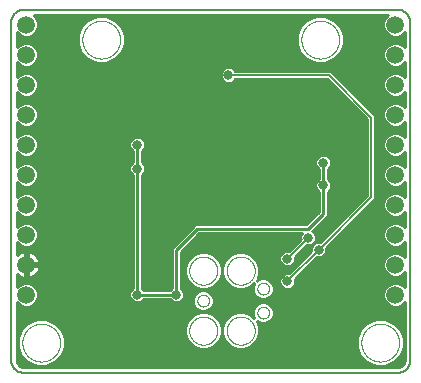
<source format=gbl>
G75*
%MOIN*%
%OFA0B0*%
%FSLAX25Y25*%
%IPPOS*%
%LPD*%
%AMOC8*
5,1,8,0,0,1.08239X$1,22.5*
%
%ADD10C,0.00800*%
%ADD11C,0.00000*%
%ADD12C,0.05906*%
%ADD13C,0.03169*%
%ADD14C,0.01000*%
D10*
X0003750Y0005623D02*
X0003750Y0118377D01*
X0003752Y0118504D01*
X0003758Y0118631D01*
X0003768Y0118757D01*
X0003781Y0118884D01*
X0003799Y0119009D01*
X0003820Y0119135D01*
X0003845Y0119259D01*
X0003875Y0119383D01*
X0003907Y0119505D01*
X0003944Y0119627D01*
X0003984Y0119747D01*
X0004028Y0119866D01*
X0004076Y0119984D01*
X0004127Y0120100D01*
X0004182Y0120215D01*
X0004241Y0120328D01*
X0004302Y0120439D01*
X0004368Y0120547D01*
X0004436Y0120654D01*
X0004508Y0120759D01*
X0004583Y0120862D01*
X0004661Y0120962D01*
X0004742Y0121059D01*
X0004826Y0121155D01*
X0004913Y0121247D01*
X0005003Y0121337D01*
X0005095Y0121424D01*
X0005191Y0121508D01*
X0005288Y0121589D01*
X0005388Y0121667D01*
X0005491Y0121742D01*
X0005596Y0121814D01*
X0005703Y0121882D01*
X0005812Y0121948D01*
X0005922Y0122009D01*
X0006035Y0122068D01*
X0006150Y0122123D01*
X0006266Y0122174D01*
X0006384Y0122222D01*
X0006503Y0122266D01*
X0006623Y0122306D01*
X0006745Y0122343D01*
X0006867Y0122375D01*
X0006991Y0122405D01*
X0007115Y0122430D01*
X0007241Y0122451D01*
X0007366Y0122469D01*
X0007493Y0122482D01*
X0007619Y0122492D01*
X0007746Y0122498D01*
X0007873Y0122500D01*
X0132627Y0122500D01*
X0132754Y0122498D01*
X0132881Y0122492D01*
X0133007Y0122482D01*
X0133134Y0122469D01*
X0133259Y0122451D01*
X0133385Y0122430D01*
X0133509Y0122405D01*
X0133633Y0122375D01*
X0133755Y0122343D01*
X0133877Y0122306D01*
X0133997Y0122266D01*
X0134116Y0122222D01*
X0134234Y0122174D01*
X0134350Y0122123D01*
X0134465Y0122068D01*
X0134578Y0122009D01*
X0134689Y0121948D01*
X0134797Y0121882D01*
X0134904Y0121814D01*
X0135009Y0121742D01*
X0135112Y0121667D01*
X0135212Y0121589D01*
X0135309Y0121508D01*
X0135405Y0121424D01*
X0135497Y0121337D01*
X0135587Y0121247D01*
X0135674Y0121155D01*
X0135758Y0121059D01*
X0135839Y0120962D01*
X0135917Y0120862D01*
X0135992Y0120759D01*
X0136064Y0120654D01*
X0136132Y0120547D01*
X0136198Y0120439D01*
X0136259Y0120328D01*
X0136318Y0120215D01*
X0136373Y0120100D01*
X0136424Y0119984D01*
X0136472Y0119866D01*
X0136516Y0119747D01*
X0136556Y0119627D01*
X0136593Y0119505D01*
X0136625Y0119383D01*
X0136655Y0119259D01*
X0136680Y0119135D01*
X0136701Y0119009D01*
X0136719Y0118884D01*
X0136732Y0118757D01*
X0136742Y0118631D01*
X0136748Y0118504D01*
X0136750Y0118377D01*
X0136750Y0005623D01*
X0136748Y0005496D01*
X0136742Y0005369D01*
X0136732Y0005243D01*
X0136719Y0005116D01*
X0136701Y0004991D01*
X0136680Y0004865D01*
X0136655Y0004741D01*
X0136625Y0004617D01*
X0136593Y0004495D01*
X0136556Y0004373D01*
X0136516Y0004253D01*
X0136472Y0004134D01*
X0136424Y0004016D01*
X0136373Y0003900D01*
X0136318Y0003785D01*
X0136259Y0003672D01*
X0136198Y0003561D01*
X0136132Y0003453D01*
X0136064Y0003346D01*
X0135992Y0003241D01*
X0135917Y0003138D01*
X0135839Y0003038D01*
X0135758Y0002941D01*
X0135674Y0002845D01*
X0135587Y0002753D01*
X0135497Y0002663D01*
X0135405Y0002576D01*
X0135309Y0002492D01*
X0135212Y0002411D01*
X0135112Y0002333D01*
X0135009Y0002258D01*
X0134904Y0002186D01*
X0134797Y0002118D01*
X0134689Y0002052D01*
X0134578Y0001991D01*
X0134465Y0001932D01*
X0134350Y0001877D01*
X0134234Y0001826D01*
X0134116Y0001778D01*
X0133997Y0001734D01*
X0133877Y0001694D01*
X0133755Y0001657D01*
X0133633Y0001625D01*
X0133509Y0001595D01*
X0133385Y0001570D01*
X0133259Y0001549D01*
X0133134Y0001531D01*
X0133007Y0001518D01*
X0132881Y0001508D01*
X0132754Y0001502D01*
X0132627Y0001500D01*
X0007873Y0001500D01*
X0007746Y0001502D01*
X0007619Y0001508D01*
X0007493Y0001518D01*
X0007366Y0001531D01*
X0007241Y0001549D01*
X0007115Y0001570D01*
X0006991Y0001595D01*
X0006867Y0001625D01*
X0006745Y0001657D01*
X0006623Y0001694D01*
X0006503Y0001734D01*
X0006384Y0001778D01*
X0006266Y0001826D01*
X0006150Y0001877D01*
X0006035Y0001932D01*
X0005922Y0001991D01*
X0005811Y0002052D01*
X0005703Y0002118D01*
X0005596Y0002186D01*
X0005491Y0002258D01*
X0005388Y0002333D01*
X0005288Y0002411D01*
X0005191Y0002492D01*
X0005095Y0002576D01*
X0005003Y0002663D01*
X0004913Y0002753D01*
X0004826Y0002845D01*
X0004742Y0002941D01*
X0004661Y0003038D01*
X0004583Y0003138D01*
X0004508Y0003241D01*
X0004436Y0003346D01*
X0004368Y0003453D01*
X0004302Y0003562D01*
X0004241Y0003672D01*
X0004182Y0003785D01*
X0004127Y0003900D01*
X0004076Y0004016D01*
X0004028Y0004134D01*
X0003984Y0004253D01*
X0003944Y0004373D01*
X0003907Y0004495D01*
X0003875Y0004617D01*
X0003845Y0004741D01*
X0003820Y0004865D01*
X0003799Y0004991D01*
X0003781Y0005116D01*
X0003768Y0005243D01*
X0003758Y0005369D01*
X0003752Y0005496D01*
X0003750Y0005623D01*
X0095750Y0032000D02*
X0106250Y0042500D01*
X0123750Y0060000D01*
X0123750Y0086500D01*
X0109550Y0100700D01*
X0076150Y0100700D01*
X0102750Y0046500D02*
X0095750Y0039500D01*
D11*
X0085800Y0029500D02*
X0085802Y0029588D01*
X0085808Y0029676D01*
X0085818Y0029764D01*
X0085832Y0029851D01*
X0085850Y0029937D01*
X0085871Y0030022D01*
X0085897Y0030107D01*
X0085926Y0030190D01*
X0085959Y0030272D01*
X0085996Y0030352D01*
X0086036Y0030430D01*
X0086080Y0030507D01*
X0086127Y0030581D01*
X0086178Y0030653D01*
X0086231Y0030723D01*
X0086288Y0030791D01*
X0086348Y0030855D01*
X0086411Y0030917D01*
X0086476Y0030976D01*
X0086544Y0031032D01*
X0086615Y0031085D01*
X0086687Y0031135D01*
X0086762Y0031181D01*
X0086839Y0031224D01*
X0086918Y0031264D01*
X0086999Y0031299D01*
X0087081Y0031332D01*
X0087164Y0031360D01*
X0087249Y0031385D01*
X0087335Y0031405D01*
X0087421Y0031422D01*
X0087508Y0031435D01*
X0087596Y0031444D01*
X0087684Y0031449D01*
X0087772Y0031450D01*
X0087860Y0031447D01*
X0087948Y0031440D01*
X0088035Y0031429D01*
X0088122Y0031414D01*
X0088208Y0031395D01*
X0088294Y0031373D01*
X0088378Y0031346D01*
X0088460Y0031316D01*
X0088542Y0031282D01*
X0088622Y0031244D01*
X0088699Y0031203D01*
X0088775Y0031159D01*
X0088849Y0031111D01*
X0088921Y0031059D01*
X0088990Y0031005D01*
X0089057Y0030947D01*
X0089121Y0030887D01*
X0089182Y0030823D01*
X0089241Y0030757D01*
X0089296Y0030689D01*
X0089348Y0030617D01*
X0089397Y0030544D01*
X0089442Y0030469D01*
X0089484Y0030391D01*
X0089523Y0030312D01*
X0089558Y0030231D01*
X0089589Y0030148D01*
X0089616Y0030065D01*
X0089640Y0029980D01*
X0089660Y0029894D01*
X0089676Y0029807D01*
X0089688Y0029720D01*
X0089696Y0029632D01*
X0089700Y0029544D01*
X0089700Y0029456D01*
X0089696Y0029368D01*
X0089688Y0029280D01*
X0089676Y0029193D01*
X0089660Y0029106D01*
X0089640Y0029020D01*
X0089616Y0028935D01*
X0089589Y0028852D01*
X0089558Y0028769D01*
X0089523Y0028688D01*
X0089484Y0028609D01*
X0089442Y0028531D01*
X0089397Y0028456D01*
X0089348Y0028383D01*
X0089296Y0028311D01*
X0089241Y0028243D01*
X0089182Y0028177D01*
X0089121Y0028113D01*
X0089057Y0028053D01*
X0088990Y0027995D01*
X0088921Y0027941D01*
X0088849Y0027889D01*
X0088775Y0027841D01*
X0088699Y0027797D01*
X0088622Y0027756D01*
X0088542Y0027718D01*
X0088460Y0027684D01*
X0088378Y0027654D01*
X0088294Y0027627D01*
X0088208Y0027605D01*
X0088122Y0027586D01*
X0088035Y0027571D01*
X0087948Y0027560D01*
X0087860Y0027553D01*
X0087772Y0027550D01*
X0087684Y0027551D01*
X0087596Y0027556D01*
X0087508Y0027565D01*
X0087421Y0027578D01*
X0087335Y0027595D01*
X0087249Y0027615D01*
X0087164Y0027640D01*
X0087081Y0027668D01*
X0086999Y0027701D01*
X0086918Y0027736D01*
X0086839Y0027776D01*
X0086762Y0027819D01*
X0086687Y0027865D01*
X0086615Y0027915D01*
X0086544Y0027968D01*
X0086476Y0028024D01*
X0086411Y0028083D01*
X0086348Y0028145D01*
X0086288Y0028209D01*
X0086231Y0028277D01*
X0086178Y0028347D01*
X0086127Y0028419D01*
X0086080Y0028493D01*
X0086036Y0028570D01*
X0085996Y0028648D01*
X0085959Y0028728D01*
X0085926Y0028810D01*
X0085897Y0028893D01*
X0085871Y0028978D01*
X0085850Y0029063D01*
X0085832Y0029149D01*
X0085818Y0029236D01*
X0085808Y0029324D01*
X0085802Y0029412D01*
X0085800Y0029500D01*
X0075575Y0035500D02*
X0075577Y0035637D01*
X0075583Y0035773D01*
X0075593Y0035909D01*
X0075607Y0036045D01*
X0075625Y0036181D01*
X0075647Y0036316D01*
X0075672Y0036450D01*
X0075702Y0036583D01*
X0075736Y0036715D01*
X0075773Y0036847D01*
X0075814Y0036977D01*
X0075860Y0037106D01*
X0075908Y0037234D01*
X0075961Y0037360D01*
X0076017Y0037484D01*
X0076077Y0037607D01*
X0076140Y0037728D01*
X0076207Y0037847D01*
X0076277Y0037964D01*
X0076351Y0038080D01*
X0076428Y0038192D01*
X0076508Y0038303D01*
X0076592Y0038411D01*
X0076679Y0038517D01*
X0076768Y0038620D01*
X0076861Y0038720D01*
X0076956Y0038818D01*
X0077055Y0038913D01*
X0077156Y0039005D01*
X0077260Y0039093D01*
X0077366Y0039179D01*
X0077475Y0039262D01*
X0077586Y0039341D01*
X0077699Y0039418D01*
X0077815Y0039491D01*
X0077932Y0039560D01*
X0078052Y0039626D01*
X0078173Y0039688D01*
X0078297Y0039747D01*
X0078422Y0039803D01*
X0078548Y0039854D01*
X0078676Y0039902D01*
X0078805Y0039946D01*
X0078936Y0039987D01*
X0079068Y0040023D01*
X0079200Y0040056D01*
X0079334Y0040084D01*
X0079468Y0040109D01*
X0079603Y0040130D01*
X0079739Y0040147D01*
X0079875Y0040160D01*
X0080011Y0040169D01*
X0080148Y0040174D01*
X0080284Y0040175D01*
X0080421Y0040172D01*
X0080557Y0040165D01*
X0080693Y0040154D01*
X0080829Y0040139D01*
X0080964Y0040120D01*
X0081099Y0040097D01*
X0081233Y0040070D01*
X0081366Y0040040D01*
X0081498Y0040005D01*
X0081630Y0039967D01*
X0081759Y0039925D01*
X0081888Y0039879D01*
X0082015Y0039829D01*
X0082141Y0039775D01*
X0082265Y0039718D01*
X0082388Y0039658D01*
X0082508Y0039593D01*
X0082627Y0039526D01*
X0082743Y0039455D01*
X0082858Y0039380D01*
X0082970Y0039302D01*
X0083080Y0039221D01*
X0083188Y0039137D01*
X0083293Y0039049D01*
X0083395Y0038959D01*
X0083495Y0038866D01*
X0083592Y0038769D01*
X0083686Y0038670D01*
X0083777Y0038569D01*
X0083865Y0038464D01*
X0083950Y0038357D01*
X0084032Y0038248D01*
X0084111Y0038136D01*
X0084186Y0038022D01*
X0084258Y0037906D01*
X0084327Y0037788D01*
X0084392Y0037668D01*
X0084454Y0037546D01*
X0084512Y0037422D01*
X0084566Y0037297D01*
X0084617Y0037170D01*
X0084663Y0037042D01*
X0084707Y0036912D01*
X0084746Y0036781D01*
X0084782Y0036649D01*
X0084813Y0036516D01*
X0084841Y0036383D01*
X0084865Y0036248D01*
X0084885Y0036113D01*
X0084901Y0035977D01*
X0084913Y0035841D01*
X0084921Y0035705D01*
X0084925Y0035568D01*
X0084925Y0035432D01*
X0084921Y0035295D01*
X0084913Y0035159D01*
X0084901Y0035023D01*
X0084885Y0034887D01*
X0084865Y0034752D01*
X0084841Y0034617D01*
X0084813Y0034484D01*
X0084782Y0034351D01*
X0084746Y0034219D01*
X0084707Y0034088D01*
X0084663Y0033958D01*
X0084617Y0033830D01*
X0084566Y0033703D01*
X0084512Y0033578D01*
X0084454Y0033454D01*
X0084392Y0033332D01*
X0084327Y0033212D01*
X0084258Y0033094D01*
X0084186Y0032978D01*
X0084111Y0032864D01*
X0084032Y0032752D01*
X0083950Y0032643D01*
X0083865Y0032536D01*
X0083777Y0032431D01*
X0083686Y0032330D01*
X0083592Y0032231D01*
X0083495Y0032134D01*
X0083395Y0032041D01*
X0083293Y0031951D01*
X0083188Y0031863D01*
X0083080Y0031779D01*
X0082970Y0031698D01*
X0082858Y0031620D01*
X0082743Y0031545D01*
X0082627Y0031474D01*
X0082508Y0031407D01*
X0082388Y0031342D01*
X0082265Y0031282D01*
X0082141Y0031225D01*
X0082015Y0031171D01*
X0081888Y0031121D01*
X0081759Y0031075D01*
X0081630Y0031033D01*
X0081498Y0030995D01*
X0081366Y0030960D01*
X0081233Y0030930D01*
X0081099Y0030903D01*
X0080964Y0030880D01*
X0080829Y0030861D01*
X0080693Y0030846D01*
X0080557Y0030835D01*
X0080421Y0030828D01*
X0080284Y0030825D01*
X0080148Y0030826D01*
X0080011Y0030831D01*
X0079875Y0030840D01*
X0079739Y0030853D01*
X0079603Y0030870D01*
X0079468Y0030891D01*
X0079334Y0030916D01*
X0079200Y0030944D01*
X0079068Y0030977D01*
X0078936Y0031013D01*
X0078805Y0031054D01*
X0078676Y0031098D01*
X0078548Y0031146D01*
X0078422Y0031197D01*
X0078297Y0031253D01*
X0078173Y0031312D01*
X0078052Y0031374D01*
X0077932Y0031440D01*
X0077815Y0031509D01*
X0077699Y0031582D01*
X0077586Y0031659D01*
X0077475Y0031738D01*
X0077366Y0031821D01*
X0077260Y0031907D01*
X0077156Y0031995D01*
X0077055Y0032087D01*
X0076956Y0032182D01*
X0076861Y0032280D01*
X0076768Y0032380D01*
X0076679Y0032483D01*
X0076592Y0032589D01*
X0076508Y0032697D01*
X0076428Y0032808D01*
X0076351Y0032920D01*
X0076277Y0033036D01*
X0076207Y0033153D01*
X0076140Y0033272D01*
X0076077Y0033393D01*
X0076017Y0033516D01*
X0075961Y0033640D01*
X0075908Y0033766D01*
X0075860Y0033894D01*
X0075814Y0034023D01*
X0075773Y0034153D01*
X0075736Y0034285D01*
X0075702Y0034417D01*
X0075672Y0034550D01*
X0075647Y0034684D01*
X0075625Y0034819D01*
X0075607Y0034955D01*
X0075593Y0035091D01*
X0075583Y0035227D01*
X0075577Y0035363D01*
X0075575Y0035500D01*
X0063075Y0035500D02*
X0063077Y0035637D01*
X0063083Y0035773D01*
X0063093Y0035909D01*
X0063107Y0036045D01*
X0063125Y0036181D01*
X0063147Y0036316D01*
X0063172Y0036450D01*
X0063202Y0036583D01*
X0063236Y0036715D01*
X0063273Y0036847D01*
X0063314Y0036977D01*
X0063360Y0037106D01*
X0063408Y0037234D01*
X0063461Y0037360D01*
X0063517Y0037484D01*
X0063577Y0037607D01*
X0063640Y0037728D01*
X0063707Y0037847D01*
X0063777Y0037964D01*
X0063851Y0038080D01*
X0063928Y0038192D01*
X0064008Y0038303D01*
X0064092Y0038411D01*
X0064179Y0038517D01*
X0064268Y0038620D01*
X0064361Y0038720D01*
X0064456Y0038818D01*
X0064555Y0038913D01*
X0064656Y0039005D01*
X0064760Y0039093D01*
X0064866Y0039179D01*
X0064975Y0039262D01*
X0065086Y0039341D01*
X0065199Y0039418D01*
X0065315Y0039491D01*
X0065432Y0039560D01*
X0065552Y0039626D01*
X0065673Y0039688D01*
X0065797Y0039747D01*
X0065922Y0039803D01*
X0066048Y0039854D01*
X0066176Y0039902D01*
X0066305Y0039946D01*
X0066436Y0039987D01*
X0066568Y0040023D01*
X0066700Y0040056D01*
X0066834Y0040084D01*
X0066968Y0040109D01*
X0067103Y0040130D01*
X0067239Y0040147D01*
X0067375Y0040160D01*
X0067511Y0040169D01*
X0067648Y0040174D01*
X0067784Y0040175D01*
X0067921Y0040172D01*
X0068057Y0040165D01*
X0068193Y0040154D01*
X0068329Y0040139D01*
X0068464Y0040120D01*
X0068599Y0040097D01*
X0068733Y0040070D01*
X0068866Y0040040D01*
X0068998Y0040005D01*
X0069130Y0039967D01*
X0069259Y0039925D01*
X0069388Y0039879D01*
X0069515Y0039829D01*
X0069641Y0039775D01*
X0069765Y0039718D01*
X0069888Y0039658D01*
X0070008Y0039593D01*
X0070127Y0039526D01*
X0070243Y0039455D01*
X0070358Y0039380D01*
X0070470Y0039302D01*
X0070580Y0039221D01*
X0070688Y0039137D01*
X0070793Y0039049D01*
X0070895Y0038959D01*
X0070995Y0038866D01*
X0071092Y0038769D01*
X0071186Y0038670D01*
X0071277Y0038569D01*
X0071365Y0038464D01*
X0071450Y0038357D01*
X0071532Y0038248D01*
X0071611Y0038136D01*
X0071686Y0038022D01*
X0071758Y0037906D01*
X0071827Y0037788D01*
X0071892Y0037668D01*
X0071954Y0037546D01*
X0072012Y0037422D01*
X0072066Y0037297D01*
X0072117Y0037170D01*
X0072163Y0037042D01*
X0072207Y0036912D01*
X0072246Y0036781D01*
X0072282Y0036649D01*
X0072313Y0036516D01*
X0072341Y0036383D01*
X0072365Y0036248D01*
X0072385Y0036113D01*
X0072401Y0035977D01*
X0072413Y0035841D01*
X0072421Y0035705D01*
X0072425Y0035568D01*
X0072425Y0035432D01*
X0072421Y0035295D01*
X0072413Y0035159D01*
X0072401Y0035023D01*
X0072385Y0034887D01*
X0072365Y0034752D01*
X0072341Y0034617D01*
X0072313Y0034484D01*
X0072282Y0034351D01*
X0072246Y0034219D01*
X0072207Y0034088D01*
X0072163Y0033958D01*
X0072117Y0033830D01*
X0072066Y0033703D01*
X0072012Y0033578D01*
X0071954Y0033454D01*
X0071892Y0033332D01*
X0071827Y0033212D01*
X0071758Y0033094D01*
X0071686Y0032978D01*
X0071611Y0032864D01*
X0071532Y0032752D01*
X0071450Y0032643D01*
X0071365Y0032536D01*
X0071277Y0032431D01*
X0071186Y0032330D01*
X0071092Y0032231D01*
X0070995Y0032134D01*
X0070895Y0032041D01*
X0070793Y0031951D01*
X0070688Y0031863D01*
X0070580Y0031779D01*
X0070470Y0031698D01*
X0070358Y0031620D01*
X0070243Y0031545D01*
X0070127Y0031474D01*
X0070008Y0031407D01*
X0069888Y0031342D01*
X0069765Y0031282D01*
X0069641Y0031225D01*
X0069515Y0031171D01*
X0069388Y0031121D01*
X0069259Y0031075D01*
X0069130Y0031033D01*
X0068998Y0030995D01*
X0068866Y0030960D01*
X0068733Y0030930D01*
X0068599Y0030903D01*
X0068464Y0030880D01*
X0068329Y0030861D01*
X0068193Y0030846D01*
X0068057Y0030835D01*
X0067921Y0030828D01*
X0067784Y0030825D01*
X0067648Y0030826D01*
X0067511Y0030831D01*
X0067375Y0030840D01*
X0067239Y0030853D01*
X0067103Y0030870D01*
X0066968Y0030891D01*
X0066834Y0030916D01*
X0066700Y0030944D01*
X0066568Y0030977D01*
X0066436Y0031013D01*
X0066305Y0031054D01*
X0066176Y0031098D01*
X0066048Y0031146D01*
X0065922Y0031197D01*
X0065797Y0031253D01*
X0065673Y0031312D01*
X0065552Y0031374D01*
X0065432Y0031440D01*
X0065315Y0031509D01*
X0065199Y0031582D01*
X0065086Y0031659D01*
X0064975Y0031738D01*
X0064866Y0031821D01*
X0064760Y0031907D01*
X0064656Y0031995D01*
X0064555Y0032087D01*
X0064456Y0032182D01*
X0064361Y0032280D01*
X0064268Y0032380D01*
X0064179Y0032483D01*
X0064092Y0032589D01*
X0064008Y0032697D01*
X0063928Y0032808D01*
X0063851Y0032920D01*
X0063777Y0033036D01*
X0063707Y0033153D01*
X0063640Y0033272D01*
X0063577Y0033393D01*
X0063517Y0033516D01*
X0063461Y0033640D01*
X0063408Y0033766D01*
X0063360Y0033894D01*
X0063314Y0034023D01*
X0063273Y0034153D01*
X0063236Y0034285D01*
X0063202Y0034417D01*
X0063172Y0034550D01*
X0063147Y0034684D01*
X0063125Y0034819D01*
X0063107Y0034955D01*
X0063093Y0035091D01*
X0063083Y0035227D01*
X0063077Y0035363D01*
X0063075Y0035500D01*
X0065800Y0025500D02*
X0065802Y0025588D01*
X0065808Y0025676D01*
X0065818Y0025764D01*
X0065832Y0025851D01*
X0065850Y0025937D01*
X0065871Y0026022D01*
X0065897Y0026107D01*
X0065926Y0026190D01*
X0065959Y0026272D01*
X0065996Y0026352D01*
X0066036Y0026430D01*
X0066080Y0026507D01*
X0066127Y0026581D01*
X0066178Y0026653D01*
X0066231Y0026723D01*
X0066288Y0026791D01*
X0066348Y0026855D01*
X0066411Y0026917D01*
X0066476Y0026976D01*
X0066544Y0027032D01*
X0066615Y0027085D01*
X0066687Y0027135D01*
X0066762Y0027181D01*
X0066839Y0027224D01*
X0066918Y0027264D01*
X0066999Y0027299D01*
X0067081Y0027332D01*
X0067164Y0027360D01*
X0067249Y0027385D01*
X0067335Y0027405D01*
X0067421Y0027422D01*
X0067508Y0027435D01*
X0067596Y0027444D01*
X0067684Y0027449D01*
X0067772Y0027450D01*
X0067860Y0027447D01*
X0067948Y0027440D01*
X0068035Y0027429D01*
X0068122Y0027414D01*
X0068208Y0027395D01*
X0068294Y0027373D01*
X0068378Y0027346D01*
X0068460Y0027316D01*
X0068542Y0027282D01*
X0068622Y0027244D01*
X0068699Y0027203D01*
X0068775Y0027159D01*
X0068849Y0027111D01*
X0068921Y0027059D01*
X0068990Y0027005D01*
X0069057Y0026947D01*
X0069121Y0026887D01*
X0069182Y0026823D01*
X0069241Y0026757D01*
X0069296Y0026689D01*
X0069348Y0026617D01*
X0069397Y0026544D01*
X0069442Y0026469D01*
X0069484Y0026391D01*
X0069523Y0026312D01*
X0069558Y0026231D01*
X0069589Y0026148D01*
X0069616Y0026065D01*
X0069640Y0025980D01*
X0069660Y0025894D01*
X0069676Y0025807D01*
X0069688Y0025720D01*
X0069696Y0025632D01*
X0069700Y0025544D01*
X0069700Y0025456D01*
X0069696Y0025368D01*
X0069688Y0025280D01*
X0069676Y0025193D01*
X0069660Y0025106D01*
X0069640Y0025020D01*
X0069616Y0024935D01*
X0069589Y0024852D01*
X0069558Y0024769D01*
X0069523Y0024688D01*
X0069484Y0024609D01*
X0069442Y0024531D01*
X0069397Y0024456D01*
X0069348Y0024383D01*
X0069296Y0024311D01*
X0069241Y0024243D01*
X0069182Y0024177D01*
X0069121Y0024113D01*
X0069057Y0024053D01*
X0068990Y0023995D01*
X0068921Y0023941D01*
X0068849Y0023889D01*
X0068775Y0023841D01*
X0068699Y0023797D01*
X0068622Y0023756D01*
X0068542Y0023718D01*
X0068460Y0023684D01*
X0068378Y0023654D01*
X0068294Y0023627D01*
X0068208Y0023605D01*
X0068122Y0023586D01*
X0068035Y0023571D01*
X0067948Y0023560D01*
X0067860Y0023553D01*
X0067772Y0023550D01*
X0067684Y0023551D01*
X0067596Y0023556D01*
X0067508Y0023565D01*
X0067421Y0023578D01*
X0067335Y0023595D01*
X0067249Y0023615D01*
X0067164Y0023640D01*
X0067081Y0023668D01*
X0066999Y0023701D01*
X0066918Y0023736D01*
X0066839Y0023776D01*
X0066762Y0023819D01*
X0066687Y0023865D01*
X0066615Y0023915D01*
X0066544Y0023968D01*
X0066476Y0024024D01*
X0066411Y0024083D01*
X0066348Y0024145D01*
X0066288Y0024209D01*
X0066231Y0024277D01*
X0066178Y0024347D01*
X0066127Y0024419D01*
X0066080Y0024493D01*
X0066036Y0024570D01*
X0065996Y0024648D01*
X0065959Y0024728D01*
X0065926Y0024810D01*
X0065897Y0024893D01*
X0065871Y0024978D01*
X0065850Y0025063D01*
X0065832Y0025149D01*
X0065818Y0025236D01*
X0065808Y0025324D01*
X0065802Y0025412D01*
X0065800Y0025500D01*
X0063075Y0015500D02*
X0063077Y0015637D01*
X0063083Y0015773D01*
X0063093Y0015909D01*
X0063107Y0016045D01*
X0063125Y0016181D01*
X0063147Y0016316D01*
X0063172Y0016450D01*
X0063202Y0016583D01*
X0063236Y0016715D01*
X0063273Y0016847D01*
X0063314Y0016977D01*
X0063360Y0017106D01*
X0063408Y0017234D01*
X0063461Y0017360D01*
X0063517Y0017484D01*
X0063577Y0017607D01*
X0063640Y0017728D01*
X0063707Y0017847D01*
X0063777Y0017964D01*
X0063851Y0018080D01*
X0063928Y0018192D01*
X0064008Y0018303D01*
X0064092Y0018411D01*
X0064179Y0018517D01*
X0064268Y0018620D01*
X0064361Y0018720D01*
X0064456Y0018818D01*
X0064555Y0018913D01*
X0064656Y0019005D01*
X0064760Y0019093D01*
X0064866Y0019179D01*
X0064975Y0019262D01*
X0065086Y0019341D01*
X0065199Y0019418D01*
X0065315Y0019491D01*
X0065432Y0019560D01*
X0065552Y0019626D01*
X0065673Y0019688D01*
X0065797Y0019747D01*
X0065922Y0019803D01*
X0066048Y0019854D01*
X0066176Y0019902D01*
X0066305Y0019946D01*
X0066436Y0019987D01*
X0066568Y0020023D01*
X0066700Y0020056D01*
X0066834Y0020084D01*
X0066968Y0020109D01*
X0067103Y0020130D01*
X0067239Y0020147D01*
X0067375Y0020160D01*
X0067511Y0020169D01*
X0067648Y0020174D01*
X0067784Y0020175D01*
X0067921Y0020172D01*
X0068057Y0020165D01*
X0068193Y0020154D01*
X0068329Y0020139D01*
X0068464Y0020120D01*
X0068599Y0020097D01*
X0068733Y0020070D01*
X0068866Y0020040D01*
X0068998Y0020005D01*
X0069130Y0019967D01*
X0069259Y0019925D01*
X0069388Y0019879D01*
X0069515Y0019829D01*
X0069641Y0019775D01*
X0069765Y0019718D01*
X0069888Y0019658D01*
X0070008Y0019593D01*
X0070127Y0019526D01*
X0070243Y0019455D01*
X0070358Y0019380D01*
X0070470Y0019302D01*
X0070580Y0019221D01*
X0070688Y0019137D01*
X0070793Y0019049D01*
X0070895Y0018959D01*
X0070995Y0018866D01*
X0071092Y0018769D01*
X0071186Y0018670D01*
X0071277Y0018569D01*
X0071365Y0018464D01*
X0071450Y0018357D01*
X0071532Y0018248D01*
X0071611Y0018136D01*
X0071686Y0018022D01*
X0071758Y0017906D01*
X0071827Y0017788D01*
X0071892Y0017668D01*
X0071954Y0017546D01*
X0072012Y0017422D01*
X0072066Y0017297D01*
X0072117Y0017170D01*
X0072163Y0017042D01*
X0072207Y0016912D01*
X0072246Y0016781D01*
X0072282Y0016649D01*
X0072313Y0016516D01*
X0072341Y0016383D01*
X0072365Y0016248D01*
X0072385Y0016113D01*
X0072401Y0015977D01*
X0072413Y0015841D01*
X0072421Y0015705D01*
X0072425Y0015568D01*
X0072425Y0015432D01*
X0072421Y0015295D01*
X0072413Y0015159D01*
X0072401Y0015023D01*
X0072385Y0014887D01*
X0072365Y0014752D01*
X0072341Y0014617D01*
X0072313Y0014484D01*
X0072282Y0014351D01*
X0072246Y0014219D01*
X0072207Y0014088D01*
X0072163Y0013958D01*
X0072117Y0013830D01*
X0072066Y0013703D01*
X0072012Y0013578D01*
X0071954Y0013454D01*
X0071892Y0013332D01*
X0071827Y0013212D01*
X0071758Y0013094D01*
X0071686Y0012978D01*
X0071611Y0012864D01*
X0071532Y0012752D01*
X0071450Y0012643D01*
X0071365Y0012536D01*
X0071277Y0012431D01*
X0071186Y0012330D01*
X0071092Y0012231D01*
X0070995Y0012134D01*
X0070895Y0012041D01*
X0070793Y0011951D01*
X0070688Y0011863D01*
X0070580Y0011779D01*
X0070470Y0011698D01*
X0070358Y0011620D01*
X0070243Y0011545D01*
X0070127Y0011474D01*
X0070008Y0011407D01*
X0069888Y0011342D01*
X0069765Y0011282D01*
X0069641Y0011225D01*
X0069515Y0011171D01*
X0069388Y0011121D01*
X0069259Y0011075D01*
X0069130Y0011033D01*
X0068998Y0010995D01*
X0068866Y0010960D01*
X0068733Y0010930D01*
X0068599Y0010903D01*
X0068464Y0010880D01*
X0068329Y0010861D01*
X0068193Y0010846D01*
X0068057Y0010835D01*
X0067921Y0010828D01*
X0067784Y0010825D01*
X0067648Y0010826D01*
X0067511Y0010831D01*
X0067375Y0010840D01*
X0067239Y0010853D01*
X0067103Y0010870D01*
X0066968Y0010891D01*
X0066834Y0010916D01*
X0066700Y0010944D01*
X0066568Y0010977D01*
X0066436Y0011013D01*
X0066305Y0011054D01*
X0066176Y0011098D01*
X0066048Y0011146D01*
X0065922Y0011197D01*
X0065797Y0011253D01*
X0065673Y0011312D01*
X0065552Y0011374D01*
X0065432Y0011440D01*
X0065315Y0011509D01*
X0065199Y0011582D01*
X0065086Y0011659D01*
X0064975Y0011738D01*
X0064866Y0011821D01*
X0064760Y0011907D01*
X0064656Y0011995D01*
X0064555Y0012087D01*
X0064456Y0012182D01*
X0064361Y0012280D01*
X0064268Y0012380D01*
X0064179Y0012483D01*
X0064092Y0012589D01*
X0064008Y0012697D01*
X0063928Y0012808D01*
X0063851Y0012920D01*
X0063777Y0013036D01*
X0063707Y0013153D01*
X0063640Y0013272D01*
X0063577Y0013393D01*
X0063517Y0013516D01*
X0063461Y0013640D01*
X0063408Y0013766D01*
X0063360Y0013894D01*
X0063314Y0014023D01*
X0063273Y0014153D01*
X0063236Y0014285D01*
X0063202Y0014417D01*
X0063172Y0014550D01*
X0063147Y0014684D01*
X0063125Y0014819D01*
X0063107Y0014955D01*
X0063093Y0015091D01*
X0063083Y0015227D01*
X0063077Y0015363D01*
X0063075Y0015500D01*
X0075575Y0015500D02*
X0075577Y0015637D01*
X0075583Y0015773D01*
X0075593Y0015909D01*
X0075607Y0016045D01*
X0075625Y0016181D01*
X0075647Y0016316D01*
X0075672Y0016450D01*
X0075702Y0016583D01*
X0075736Y0016715D01*
X0075773Y0016847D01*
X0075814Y0016977D01*
X0075860Y0017106D01*
X0075908Y0017234D01*
X0075961Y0017360D01*
X0076017Y0017484D01*
X0076077Y0017607D01*
X0076140Y0017728D01*
X0076207Y0017847D01*
X0076277Y0017964D01*
X0076351Y0018080D01*
X0076428Y0018192D01*
X0076508Y0018303D01*
X0076592Y0018411D01*
X0076679Y0018517D01*
X0076768Y0018620D01*
X0076861Y0018720D01*
X0076956Y0018818D01*
X0077055Y0018913D01*
X0077156Y0019005D01*
X0077260Y0019093D01*
X0077366Y0019179D01*
X0077475Y0019262D01*
X0077586Y0019341D01*
X0077699Y0019418D01*
X0077815Y0019491D01*
X0077932Y0019560D01*
X0078052Y0019626D01*
X0078173Y0019688D01*
X0078297Y0019747D01*
X0078422Y0019803D01*
X0078548Y0019854D01*
X0078676Y0019902D01*
X0078805Y0019946D01*
X0078936Y0019987D01*
X0079068Y0020023D01*
X0079200Y0020056D01*
X0079334Y0020084D01*
X0079468Y0020109D01*
X0079603Y0020130D01*
X0079739Y0020147D01*
X0079875Y0020160D01*
X0080011Y0020169D01*
X0080148Y0020174D01*
X0080284Y0020175D01*
X0080421Y0020172D01*
X0080557Y0020165D01*
X0080693Y0020154D01*
X0080829Y0020139D01*
X0080964Y0020120D01*
X0081099Y0020097D01*
X0081233Y0020070D01*
X0081366Y0020040D01*
X0081498Y0020005D01*
X0081630Y0019967D01*
X0081759Y0019925D01*
X0081888Y0019879D01*
X0082015Y0019829D01*
X0082141Y0019775D01*
X0082265Y0019718D01*
X0082388Y0019658D01*
X0082508Y0019593D01*
X0082627Y0019526D01*
X0082743Y0019455D01*
X0082858Y0019380D01*
X0082970Y0019302D01*
X0083080Y0019221D01*
X0083188Y0019137D01*
X0083293Y0019049D01*
X0083395Y0018959D01*
X0083495Y0018866D01*
X0083592Y0018769D01*
X0083686Y0018670D01*
X0083777Y0018569D01*
X0083865Y0018464D01*
X0083950Y0018357D01*
X0084032Y0018248D01*
X0084111Y0018136D01*
X0084186Y0018022D01*
X0084258Y0017906D01*
X0084327Y0017788D01*
X0084392Y0017668D01*
X0084454Y0017546D01*
X0084512Y0017422D01*
X0084566Y0017297D01*
X0084617Y0017170D01*
X0084663Y0017042D01*
X0084707Y0016912D01*
X0084746Y0016781D01*
X0084782Y0016649D01*
X0084813Y0016516D01*
X0084841Y0016383D01*
X0084865Y0016248D01*
X0084885Y0016113D01*
X0084901Y0015977D01*
X0084913Y0015841D01*
X0084921Y0015705D01*
X0084925Y0015568D01*
X0084925Y0015432D01*
X0084921Y0015295D01*
X0084913Y0015159D01*
X0084901Y0015023D01*
X0084885Y0014887D01*
X0084865Y0014752D01*
X0084841Y0014617D01*
X0084813Y0014484D01*
X0084782Y0014351D01*
X0084746Y0014219D01*
X0084707Y0014088D01*
X0084663Y0013958D01*
X0084617Y0013830D01*
X0084566Y0013703D01*
X0084512Y0013578D01*
X0084454Y0013454D01*
X0084392Y0013332D01*
X0084327Y0013212D01*
X0084258Y0013094D01*
X0084186Y0012978D01*
X0084111Y0012864D01*
X0084032Y0012752D01*
X0083950Y0012643D01*
X0083865Y0012536D01*
X0083777Y0012431D01*
X0083686Y0012330D01*
X0083592Y0012231D01*
X0083495Y0012134D01*
X0083395Y0012041D01*
X0083293Y0011951D01*
X0083188Y0011863D01*
X0083080Y0011779D01*
X0082970Y0011698D01*
X0082858Y0011620D01*
X0082743Y0011545D01*
X0082627Y0011474D01*
X0082508Y0011407D01*
X0082388Y0011342D01*
X0082265Y0011282D01*
X0082141Y0011225D01*
X0082015Y0011171D01*
X0081888Y0011121D01*
X0081759Y0011075D01*
X0081630Y0011033D01*
X0081498Y0010995D01*
X0081366Y0010960D01*
X0081233Y0010930D01*
X0081099Y0010903D01*
X0080964Y0010880D01*
X0080829Y0010861D01*
X0080693Y0010846D01*
X0080557Y0010835D01*
X0080421Y0010828D01*
X0080284Y0010825D01*
X0080148Y0010826D01*
X0080011Y0010831D01*
X0079875Y0010840D01*
X0079739Y0010853D01*
X0079603Y0010870D01*
X0079468Y0010891D01*
X0079334Y0010916D01*
X0079200Y0010944D01*
X0079068Y0010977D01*
X0078936Y0011013D01*
X0078805Y0011054D01*
X0078676Y0011098D01*
X0078548Y0011146D01*
X0078422Y0011197D01*
X0078297Y0011253D01*
X0078173Y0011312D01*
X0078052Y0011374D01*
X0077932Y0011440D01*
X0077815Y0011509D01*
X0077699Y0011582D01*
X0077586Y0011659D01*
X0077475Y0011738D01*
X0077366Y0011821D01*
X0077260Y0011907D01*
X0077156Y0011995D01*
X0077055Y0012087D01*
X0076956Y0012182D01*
X0076861Y0012280D01*
X0076768Y0012380D01*
X0076679Y0012483D01*
X0076592Y0012589D01*
X0076508Y0012697D01*
X0076428Y0012808D01*
X0076351Y0012920D01*
X0076277Y0013036D01*
X0076207Y0013153D01*
X0076140Y0013272D01*
X0076077Y0013393D01*
X0076017Y0013516D01*
X0075961Y0013640D01*
X0075908Y0013766D01*
X0075860Y0013894D01*
X0075814Y0014023D01*
X0075773Y0014153D01*
X0075736Y0014285D01*
X0075702Y0014417D01*
X0075672Y0014550D01*
X0075647Y0014684D01*
X0075625Y0014819D01*
X0075607Y0014955D01*
X0075593Y0015091D01*
X0075583Y0015227D01*
X0075577Y0015363D01*
X0075575Y0015500D01*
X0085800Y0021500D02*
X0085802Y0021588D01*
X0085808Y0021676D01*
X0085818Y0021764D01*
X0085832Y0021851D01*
X0085850Y0021937D01*
X0085871Y0022022D01*
X0085897Y0022107D01*
X0085926Y0022190D01*
X0085959Y0022272D01*
X0085996Y0022352D01*
X0086036Y0022430D01*
X0086080Y0022507D01*
X0086127Y0022581D01*
X0086178Y0022653D01*
X0086231Y0022723D01*
X0086288Y0022791D01*
X0086348Y0022855D01*
X0086411Y0022917D01*
X0086476Y0022976D01*
X0086544Y0023032D01*
X0086615Y0023085D01*
X0086687Y0023135D01*
X0086762Y0023181D01*
X0086839Y0023224D01*
X0086918Y0023264D01*
X0086999Y0023299D01*
X0087081Y0023332D01*
X0087164Y0023360D01*
X0087249Y0023385D01*
X0087335Y0023405D01*
X0087421Y0023422D01*
X0087508Y0023435D01*
X0087596Y0023444D01*
X0087684Y0023449D01*
X0087772Y0023450D01*
X0087860Y0023447D01*
X0087948Y0023440D01*
X0088035Y0023429D01*
X0088122Y0023414D01*
X0088208Y0023395D01*
X0088294Y0023373D01*
X0088378Y0023346D01*
X0088460Y0023316D01*
X0088542Y0023282D01*
X0088622Y0023244D01*
X0088699Y0023203D01*
X0088775Y0023159D01*
X0088849Y0023111D01*
X0088921Y0023059D01*
X0088990Y0023005D01*
X0089057Y0022947D01*
X0089121Y0022887D01*
X0089182Y0022823D01*
X0089241Y0022757D01*
X0089296Y0022689D01*
X0089348Y0022617D01*
X0089397Y0022544D01*
X0089442Y0022469D01*
X0089484Y0022391D01*
X0089523Y0022312D01*
X0089558Y0022231D01*
X0089589Y0022148D01*
X0089616Y0022065D01*
X0089640Y0021980D01*
X0089660Y0021894D01*
X0089676Y0021807D01*
X0089688Y0021720D01*
X0089696Y0021632D01*
X0089700Y0021544D01*
X0089700Y0021456D01*
X0089696Y0021368D01*
X0089688Y0021280D01*
X0089676Y0021193D01*
X0089660Y0021106D01*
X0089640Y0021020D01*
X0089616Y0020935D01*
X0089589Y0020852D01*
X0089558Y0020769D01*
X0089523Y0020688D01*
X0089484Y0020609D01*
X0089442Y0020531D01*
X0089397Y0020456D01*
X0089348Y0020383D01*
X0089296Y0020311D01*
X0089241Y0020243D01*
X0089182Y0020177D01*
X0089121Y0020113D01*
X0089057Y0020053D01*
X0088990Y0019995D01*
X0088921Y0019941D01*
X0088849Y0019889D01*
X0088775Y0019841D01*
X0088699Y0019797D01*
X0088622Y0019756D01*
X0088542Y0019718D01*
X0088460Y0019684D01*
X0088378Y0019654D01*
X0088294Y0019627D01*
X0088208Y0019605D01*
X0088122Y0019586D01*
X0088035Y0019571D01*
X0087948Y0019560D01*
X0087860Y0019553D01*
X0087772Y0019550D01*
X0087684Y0019551D01*
X0087596Y0019556D01*
X0087508Y0019565D01*
X0087421Y0019578D01*
X0087335Y0019595D01*
X0087249Y0019615D01*
X0087164Y0019640D01*
X0087081Y0019668D01*
X0086999Y0019701D01*
X0086918Y0019736D01*
X0086839Y0019776D01*
X0086762Y0019819D01*
X0086687Y0019865D01*
X0086615Y0019915D01*
X0086544Y0019968D01*
X0086476Y0020024D01*
X0086411Y0020083D01*
X0086348Y0020145D01*
X0086288Y0020209D01*
X0086231Y0020277D01*
X0086178Y0020347D01*
X0086127Y0020419D01*
X0086080Y0020493D01*
X0086036Y0020570D01*
X0085996Y0020648D01*
X0085959Y0020728D01*
X0085926Y0020810D01*
X0085897Y0020893D01*
X0085871Y0020978D01*
X0085850Y0021063D01*
X0085832Y0021149D01*
X0085818Y0021236D01*
X0085808Y0021324D01*
X0085802Y0021412D01*
X0085800Y0021500D01*
X0120451Y0011500D02*
X0120453Y0011658D01*
X0120459Y0011816D01*
X0120469Y0011974D01*
X0120483Y0012132D01*
X0120501Y0012289D01*
X0120522Y0012446D01*
X0120548Y0012602D01*
X0120578Y0012758D01*
X0120611Y0012913D01*
X0120649Y0013066D01*
X0120690Y0013219D01*
X0120735Y0013371D01*
X0120784Y0013522D01*
X0120837Y0013671D01*
X0120893Y0013819D01*
X0120953Y0013965D01*
X0121017Y0014110D01*
X0121085Y0014253D01*
X0121156Y0014395D01*
X0121230Y0014535D01*
X0121308Y0014672D01*
X0121390Y0014808D01*
X0121474Y0014942D01*
X0121563Y0015073D01*
X0121654Y0015202D01*
X0121749Y0015329D01*
X0121846Y0015454D01*
X0121947Y0015576D01*
X0122051Y0015695D01*
X0122158Y0015812D01*
X0122268Y0015926D01*
X0122381Y0016037D01*
X0122496Y0016146D01*
X0122614Y0016251D01*
X0122735Y0016353D01*
X0122858Y0016453D01*
X0122984Y0016549D01*
X0123112Y0016642D01*
X0123242Y0016732D01*
X0123375Y0016818D01*
X0123510Y0016902D01*
X0123646Y0016981D01*
X0123785Y0017058D01*
X0123926Y0017130D01*
X0124068Y0017200D01*
X0124212Y0017265D01*
X0124358Y0017327D01*
X0124505Y0017385D01*
X0124654Y0017440D01*
X0124804Y0017491D01*
X0124955Y0017538D01*
X0125107Y0017581D01*
X0125260Y0017620D01*
X0125415Y0017656D01*
X0125570Y0017687D01*
X0125726Y0017715D01*
X0125882Y0017739D01*
X0126039Y0017759D01*
X0126197Y0017775D01*
X0126354Y0017787D01*
X0126513Y0017795D01*
X0126671Y0017799D01*
X0126829Y0017799D01*
X0126987Y0017795D01*
X0127146Y0017787D01*
X0127303Y0017775D01*
X0127461Y0017759D01*
X0127618Y0017739D01*
X0127774Y0017715D01*
X0127930Y0017687D01*
X0128085Y0017656D01*
X0128240Y0017620D01*
X0128393Y0017581D01*
X0128545Y0017538D01*
X0128696Y0017491D01*
X0128846Y0017440D01*
X0128995Y0017385D01*
X0129142Y0017327D01*
X0129288Y0017265D01*
X0129432Y0017200D01*
X0129574Y0017130D01*
X0129715Y0017058D01*
X0129854Y0016981D01*
X0129990Y0016902D01*
X0130125Y0016818D01*
X0130258Y0016732D01*
X0130388Y0016642D01*
X0130516Y0016549D01*
X0130642Y0016453D01*
X0130765Y0016353D01*
X0130886Y0016251D01*
X0131004Y0016146D01*
X0131119Y0016037D01*
X0131232Y0015926D01*
X0131342Y0015812D01*
X0131449Y0015695D01*
X0131553Y0015576D01*
X0131654Y0015454D01*
X0131751Y0015329D01*
X0131846Y0015202D01*
X0131937Y0015073D01*
X0132026Y0014942D01*
X0132110Y0014808D01*
X0132192Y0014672D01*
X0132270Y0014535D01*
X0132344Y0014395D01*
X0132415Y0014253D01*
X0132483Y0014110D01*
X0132547Y0013965D01*
X0132607Y0013819D01*
X0132663Y0013671D01*
X0132716Y0013522D01*
X0132765Y0013371D01*
X0132810Y0013219D01*
X0132851Y0013066D01*
X0132889Y0012913D01*
X0132922Y0012758D01*
X0132952Y0012602D01*
X0132978Y0012446D01*
X0132999Y0012289D01*
X0133017Y0012132D01*
X0133031Y0011974D01*
X0133041Y0011816D01*
X0133047Y0011658D01*
X0133049Y0011500D01*
X0133047Y0011342D01*
X0133041Y0011184D01*
X0133031Y0011026D01*
X0133017Y0010868D01*
X0132999Y0010711D01*
X0132978Y0010554D01*
X0132952Y0010398D01*
X0132922Y0010242D01*
X0132889Y0010087D01*
X0132851Y0009934D01*
X0132810Y0009781D01*
X0132765Y0009629D01*
X0132716Y0009478D01*
X0132663Y0009329D01*
X0132607Y0009181D01*
X0132547Y0009035D01*
X0132483Y0008890D01*
X0132415Y0008747D01*
X0132344Y0008605D01*
X0132270Y0008465D01*
X0132192Y0008328D01*
X0132110Y0008192D01*
X0132026Y0008058D01*
X0131937Y0007927D01*
X0131846Y0007798D01*
X0131751Y0007671D01*
X0131654Y0007546D01*
X0131553Y0007424D01*
X0131449Y0007305D01*
X0131342Y0007188D01*
X0131232Y0007074D01*
X0131119Y0006963D01*
X0131004Y0006854D01*
X0130886Y0006749D01*
X0130765Y0006647D01*
X0130642Y0006547D01*
X0130516Y0006451D01*
X0130388Y0006358D01*
X0130258Y0006268D01*
X0130125Y0006182D01*
X0129990Y0006098D01*
X0129854Y0006019D01*
X0129715Y0005942D01*
X0129574Y0005870D01*
X0129432Y0005800D01*
X0129288Y0005735D01*
X0129142Y0005673D01*
X0128995Y0005615D01*
X0128846Y0005560D01*
X0128696Y0005509D01*
X0128545Y0005462D01*
X0128393Y0005419D01*
X0128240Y0005380D01*
X0128085Y0005344D01*
X0127930Y0005313D01*
X0127774Y0005285D01*
X0127618Y0005261D01*
X0127461Y0005241D01*
X0127303Y0005225D01*
X0127146Y0005213D01*
X0126987Y0005205D01*
X0126829Y0005201D01*
X0126671Y0005201D01*
X0126513Y0005205D01*
X0126354Y0005213D01*
X0126197Y0005225D01*
X0126039Y0005241D01*
X0125882Y0005261D01*
X0125726Y0005285D01*
X0125570Y0005313D01*
X0125415Y0005344D01*
X0125260Y0005380D01*
X0125107Y0005419D01*
X0124955Y0005462D01*
X0124804Y0005509D01*
X0124654Y0005560D01*
X0124505Y0005615D01*
X0124358Y0005673D01*
X0124212Y0005735D01*
X0124068Y0005800D01*
X0123926Y0005870D01*
X0123785Y0005942D01*
X0123646Y0006019D01*
X0123510Y0006098D01*
X0123375Y0006182D01*
X0123242Y0006268D01*
X0123112Y0006358D01*
X0122984Y0006451D01*
X0122858Y0006547D01*
X0122735Y0006647D01*
X0122614Y0006749D01*
X0122496Y0006854D01*
X0122381Y0006963D01*
X0122268Y0007074D01*
X0122158Y0007188D01*
X0122051Y0007305D01*
X0121947Y0007424D01*
X0121846Y0007546D01*
X0121749Y0007671D01*
X0121654Y0007798D01*
X0121563Y0007927D01*
X0121474Y0008058D01*
X0121390Y0008192D01*
X0121308Y0008328D01*
X0121230Y0008465D01*
X0121156Y0008605D01*
X0121085Y0008747D01*
X0121017Y0008890D01*
X0120953Y0009035D01*
X0120893Y0009181D01*
X0120837Y0009329D01*
X0120784Y0009478D01*
X0120735Y0009629D01*
X0120690Y0009781D01*
X0120649Y0009934D01*
X0120611Y0010087D01*
X0120578Y0010242D01*
X0120548Y0010398D01*
X0120522Y0010554D01*
X0120501Y0010711D01*
X0120483Y0010868D01*
X0120469Y0011026D01*
X0120459Y0011184D01*
X0120453Y0011342D01*
X0120451Y0011500D01*
X0007451Y0011500D02*
X0007453Y0011658D01*
X0007459Y0011816D01*
X0007469Y0011974D01*
X0007483Y0012132D01*
X0007501Y0012289D01*
X0007522Y0012446D01*
X0007548Y0012602D01*
X0007578Y0012758D01*
X0007611Y0012913D01*
X0007649Y0013066D01*
X0007690Y0013219D01*
X0007735Y0013371D01*
X0007784Y0013522D01*
X0007837Y0013671D01*
X0007893Y0013819D01*
X0007953Y0013965D01*
X0008017Y0014110D01*
X0008085Y0014253D01*
X0008156Y0014395D01*
X0008230Y0014535D01*
X0008308Y0014672D01*
X0008390Y0014808D01*
X0008474Y0014942D01*
X0008563Y0015073D01*
X0008654Y0015202D01*
X0008749Y0015329D01*
X0008846Y0015454D01*
X0008947Y0015576D01*
X0009051Y0015695D01*
X0009158Y0015812D01*
X0009268Y0015926D01*
X0009381Y0016037D01*
X0009496Y0016146D01*
X0009614Y0016251D01*
X0009735Y0016353D01*
X0009858Y0016453D01*
X0009984Y0016549D01*
X0010112Y0016642D01*
X0010242Y0016732D01*
X0010375Y0016818D01*
X0010510Y0016902D01*
X0010646Y0016981D01*
X0010785Y0017058D01*
X0010926Y0017130D01*
X0011068Y0017200D01*
X0011212Y0017265D01*
X0011358Y0017327D01*
X0011505Y0017385D01*
X0011654Y0017440D01*
X0011804Y0017491D01*
X0011955Y0017538D01*
X0012107Y0017581D01*
X0012260Y0017620D01*
X0012415Y0017656D01*
X0012570Y0017687D01*
X0012726Y0017715D01*
X0012882Y0017739D01*
X0013039Y0017759D01*
X0013197Y0017775D01*
X0013354Y0017787D01*
X0013513Y0017795D01*
X0013671Y0017799D01*
X0013829Y0017799D01*
X0013987Y0017795D01*
X0014146Y0017787D01*
X0014303Y0017775D01*
X0014461Y0017759D01*
X0014618Y0017739D01*
X0014774Y0017715D01*
X0014930Y0017687D01*
X0015085Y0017656D01*
X0015240Y0017620D01*
X0015393Y0017581D01*
X0015545Y0017538D01*
X0015696Y0017491D01*
X0015846Y0017440D01*
X0015995Y0017385D01*
X0016142Y0017327D01*
X0016288Y0017265D01*
X0016432Y0017200D01*
X0016574Y0017130D01*
X0016715Y0017058D01*
X0016854Y0016981D01*
X0016990Y0016902D01*
X0017125Y0016818D01*
X0017258Y0016732D01*
X0017388Y0016642D01*
X0017516Y0016549D01*
X0017642Y0016453D01*
X0017765Y0016353D01*
X0017886Y0016251D01*
X0018004Y0016146D01*
X0018119Y0016037D01*
X0018232Y0015926D01*
X0018342Y0015812D01*
X0018449Y0015695D01*
X0018553Y0015576D01*
X0018654Y0015454D01*
X0018751Y0015329D01*
X0018846Y0015202D01*
X0018937Y0015073D01*
X0019026Y0014942D01*
X0019110Y0014808D01*
X0019192Y0014672D01*
X0019270Y0014535D01*
X0019344Y0014395D01*
X0019415Y0014253D01*
X0019483Y0014110D01*
X0019547Y0013965D01*
X0019607Y0013819D01*
X0019663Y0013671D01*
X0019716Y0013522D01*
X0019765Y0013371D01*
X0019810Y0013219D01*
X0019851Y0013066D01*
X0019889Y0012913D01*
X0019922Y0012758D01*
X0019952Y0012602D01*
X0019978Y0012446D01*
X0019999Y0012289D01*
X0020017Y0012132D01*
X0020031Y0011974D01*
X0020041Y0011816D01*
X0020047Y0011658D01*
X0020049Y0011500D01*
X0020047Y0011342D01*
X0020041Y0011184D01*
X0020031Y0011026D01*
X0020017Y0010868D01*
X0019999Y0010711D01*
X0019978Y0010554D01*
X0019952Y0010398D01*
X0019922Y0010242D01*
X0019889Y0010087D01*
X0019851Y0009934D01*
X0019810Y0009781D01*
X0019765Y0009629D01*
X0019716Y0009478D01*
X0019663Y0009329D01*
X0019607Y0009181D01*
X0019547Y0009035D01*
X0019483Y0008890D01*
X0019415Y0008747D01*
X0019344Y0008605D01*
X0019270Y0008465D01*
X0019192Y0008328D01*
X0019110Y0008192D01*
X0019026Y0008058D01*
X0018937Y0007927D01*
X0018846Y0007798D01*
X0018751Y0007671D01*
X0018654Y0007546D01*
X0018553Y0007424D01*
X0018449Y0007305D01*
X0018342Y0007188D01*
X0018232Y0007074D01*
X0018119Y0006963D01*
X0018004Y0006854D01*
X0017886Y0006749D01*
X0017765Y0006647D01*
X0017642Y0006547D01*
X0017516Y0006451D01*
X0017388Y0006358D01*
X0017258Y0006268D01*
X0017125Y0006182D01*
X0016990Y0006098D01*
X0016854Y0006019D01*
X0016715Y0005942D01*
X0016574Y0005870D01*
X0016432Y0005800D01*
X0016288Y0005735D01*
X0016142Y0005673D01*
X0015995Y0005615D01*
X0015846Y0005560D01*
X0015696Y0005509D01*
X0015545Y0005462D01*
X0015393Y0005419D01*
X0015240Y0005380D01*
X0015085Y0005344D01*
X0014930Y0005313D01*
X0014774Y0005285D01*
X0014618Y0005261D01*
X0014461Y0005241D01*
X0014303Y0005225D01*
X0014146Y0005213D01*
X0013987Y0005205D01*
X0013829Y0005201D01*
X0013671Y0005201D01*
X0013513Y0005205D01*
X0013354Y0005213D01*
X0013197Y0005225D01*
X0013039Y0005241D01*
X0012882Y0005261D01*
X0012726Y0005285D01*
X0012570Y0005313D01*
X0012415Y0005344D01*
X0012260Y0005380D01*
X0012107Y0005419D01*
X0011955Y0005462D01*
X0011804Y0005509D01*
X0011654Y0005560D01*
X0011505Y0005615D01*
X0011358Y0005673D01*
X0011212Y0005735D01*
X0011068Y0005800D01*
X0010926Y0005870D01*
X0010785Y0005942D01*
X0010646Y0006019D01*
X0010510Y0006098D01*
X0010375Y0006182D01*
X0010242Y0006268D01*
X0010112Y0006358D01*
X0009984Y0006451D01*
X0009858Y0006547D01*
X0009735Y0006647D01*
X0009614Y0006749D01*
X0009496Y0006854D01*
X0009381Y0006963D01*
X0009268Y0007074D01*
X0009158Y0007188D01*
X0009051Y0007305D01*
X0008947Y0007424D01*
X0008846Y0007546D01*
X0008749Y0007671D01*
X0008654Y0007798D01*
X0008563Y0007927D01*
X0008474Y0008058D01*
X0008390Y0008192D01*
X0008308Y0008328D01*
X0008230Y0008465D01*
X0008156Y0008605D01*
X0008085Y0008747D01*
X0008017Y0008890D01*
X0007953Y0009035D01*
X0007893Y0009181D01*
X0007837Y0009329D01*
X0007784Y0009478D01*
X0007735Y0009629D01*
X0007690Y0009781D01*
X0007649Y0009934D01*
X0007611Y0010087D01*
X0007578Y0010242D01*
X0007548Y0010398D01*
X0007522Y0010554D01*
X0007501Y0010711D01*
X0007483Y0010868D01*
X0007469Y0011026D01*
X0007459Y0011184D01*
X0007453Y0011342D01*
X0007451Y0011500D01*
X0027451Y0112500D02*
X0027453Y0112658D01*
X0027459Y0112816D01*
X0027469Y0112974D01*
X0027483Y0113132D01*
X0027501Y0113289D01*
X0027522Y0113446D01*
X0027548Y0113602D01*
X0027578Y0113758D01*
X0027611Y0113913D01*
X0027649Y0114066D01*
X0027690Y0114219D01*
X0027735Y0114371D01*
X0027784Y0114522D01*
X0027837Y0114671D01*
X0027893Y0114819D01*
X0027953Y0114965D01*
X0028017Y0115110D01*
X0028085Y0115253D01*
X0028156Y0115395D01*
X0028230Y0115535D01*
X0028308Y0115672D01*
X0028390Y0115808D01*
X0028474Y0115942D01*
X0028563Y0116073D01*
X0028654Y0116202D01*
X0028749Y0116329D01*
X0028846Y0116454D01*
X0028947Y0116576D01*
X0029051Y0116695D01*
X0029158Y0116812D01*
X0029268Y0116926D01*
X0029381Y0117037D01*
X0029496Y0117146D01*
X0029614Y0117251D01*
X0029735Y0117353D01*
X0029858Y0117453D01*
X0029984Y0117549D01*
X0030112Y0117642D01*
X0030242Y0117732D01*
X0030375Y0117818D01*
X0030510Y0117902D01*
X0030646Y0117981D01*
X0030785Y0118058D01*
X0030926Y0118130D01*
X0031068Y0118200D01*
X0031212Y0118265D01*
X0031358Y0118327D01*
X0031505Y0118385D01*
X0031654Y0118440D01*
X0031804Y0118491D01*
X0031955Y0118538D01*
X0032107Y0118581D01*
X0032260Y0118620D01*
X0032415Y0118656D01*
X0032570Y0118687D01*
X0032726Y0118715D01*
X0032882Y0118739D01*
X0033039Y0118759D01*
X0033197Y0118775D01*
X0033354Y0118787D01*
X0033513Y0118795D01*
X0033671Y0118799D01*
X0033829Y0118799D01*
X0033987Y0118795D01*
X0034146Y0118787D01*
X0034303Y0118775D01*
X0034461Y0118759D01*
X0034618Y0118739D01*
X0034774Y0118715D01*
X0034930Y0118687D01*
X0035085Y0118656D01*
X0035240Y0118620D01*
X0035393Y0118581D01*
X0035545Y0118538D01*
X0035696Y0118491D01*
X0035846Y0118440D01*
X0035995Y0118385D01*
X0036142Y0118327D01*
X0036288Y0118265D01*
X0036432Y0118200D01*
X0036574Y0118130D01*
X0036715Y0118058D01*
X0036854Y0117981D01*
X0036990Y0117902D01*
X0037125Y0117818D01*
X0037258Y0117732D01*
X0037388Y0117642D01*
X0037516Y0117549D01*
X0037642Y0117453D01*
X0037765Y0117353D01*
X0037886Y0117251D01*
X0038004Y0117146D01*
X0038119Y0117037D01*
X0038232Y0116926D01*
X0038342Y0116812D01*
X0038449Y0116695D01*
X0038553Y0116576D01*
X0038654Y0116454D01*
X0038751Y0116329D01*
X0038846Y0116202D01*
X0038937Y0116073D01*
X0039026Y0115942D01*
X0039110Y0115808D01*
X0039192Y0115672D01*
X0039270Y0115535D01*
X0039344Y0115395D01*
X0039415Y0115253D01*
X0039483Y0115110D01*
X0039547Y0114965D01*
X0039607Y0114819D01*
X0039663Y0114671D01*
X0039716Y0114522D01*
X0039765Y0114371D01*
X0039810Y0114219D01*
X0039851Y0114066D01*
X0039889Y0113913D01*
X0039922Y0113758D01*
X0039952Y0113602D01*
X0039978Y0113446D01*
X0039999Y0113289D01*
X0040017Y0113132D01*
X0040031Y0112974D01*
X0040041Y0112816D01*
X0040047Y0112658D01*
X0040049Y0112500D01*
X0040047Y0112342D01*
X0040041Y0112184D01*
X0040031Y0112026D01*
X0040017Y0111868D01*
X0039999Y0111711D01*
X0039978Y0111554D01*
X0039952Y0111398D01*
X0039922Y0111242D01*
X0039889Y0111087D01*
X0039851Y0110934D01*
X0039810Y0110781D01*
X0039765Y0110629D01*
X0039716Y0110478D01*
X0039663Y0110329D01*
X0039607Y0110181D01*
X0039547Y0110035D01*
X0039483Y0109890D01*
X0039415Y0109747D01*
X0039344Y0109605D01*
X0039270Y0109465D01*
X0039192Y0109328D01*
X0039110Y0109192D01*
X0039026Y0109058D01*
X0038937Y0108927D01*
X0038846Y0108798D01*
X0038751Y0108671D01*
X0038654Y0108546D01*
X0038553Y0108424D01*
X0038449Y0108305D01*
X0038342Y0108188D01*
X0038232Y0108074D01*
X0038119Y0107963D01*
X0038004Y0107854D01*
X0037886Y0107749D01*
X0037765Y0107647D01*
X0037642Y0107547D01*
X0037516Y0107451D01*
X0037388Y0107358D01*
X0037258Y0107268D01*
X0037125Y0107182D01*
X0036990Y0107098D01*
X0036854Y0107019D01*
X0036715Y0106942D01*
X0036574Y0106870D01*
X0036432Y0106800D01*
X0036288Y0106735D01*
X0036142Y0106673D01*
X0035995Y0106615D01*
X0035846Y0106560D01*
X0035696Y0106509D01*
X0035545Y0106462D01*
X0035393Y0106419D01*
X0035240Y0106380D01*
X0035085Y0106344D01*
X0034930Y0106313D01*
X0034774Y0106285D01*
X0034618Y0106261D01*
X0034461Y0106241D01*
X0034303Y0106225D01*
X0034146Y0106213D01*
X0033987Y0106205D01*
X0033829Y0106201D01*
X0033671Y0106201D01*
X0033513Y0106205D01*
X0033354Y0106213D01*
X0033197Y0106225D01*
X0033039Y0106241D01*
X0032882Y0106261D01*
X0032726Y0106285D01*
X0032570Y0106313D01*
X0032415Y0106344D01*
X0032260Y0106380D01*
X0032107Y0106419D01*
X0031955Y0106462D01*
X0031804Y0106509D01*
X0031654Y0106560D01*
X0031505Y0106615D01*
X0031358Y0106673D01*
X0031212Y0106735D01*
X0031068Y0106800D01*
X0030926Y0106870D01*
X0030785Y0106942D01*
X0030646Y0107019D01*
X0030510Y0107098D01*
X0030375Y0107182D01*
X0030242Y0107268D01*
X0030112Y0107358D01*
X0029984Y0107451D01*
X0029858Y0107547D01*
X0029735Y0107647D01*
X0029614Y0107749D01*
X0029496Y0107854D01*
X0029381Y0107963D01*
X0029268Y0108074D01*
X0029158Y0108188D01*
X0029051Y0108305D01*
X0028947Y0108424D01*
X0028846Y0108546D01*
X0028749Y0108671D01*
X0028654Y0108798D01*
X0028563Y0108927D01*
X0028474Y0109058D01*
X0028390Y0109192D01*
X0028308Y0109328D01*
X0028230Y0109465D01*
X0028156Y0109605D01*
X0028085Y0109747D01*
X0028017Y0109890D01*
X0027953Y0110035D01*
X0027893Y0110181D01*
X0027837Y0110329D01*
X0027784Y0110478D01*
X0027735Y0110629D01*
X0027690Y0110781D01*
X0027649Y0110934D01*
X0027611Y0111087D01*
X0027578Y0111242D01*
X0027548Y0111398D01*
X0027522Y0111554D01*
X0027501Y0111711D01*
X0027483Y0111868D01*
X0027469Y0112026D01*
X0027459Y0112184D01*
X0027453Y0112342D01*
X0027451Y0112500D01*
X0100451Y0112500D02*
X0100453Y0112658D01*
X0100459Y0112816D01*
X0100469Y0112974D01*
X0100483Y0113132D01*
X0100501Y0113289D01*
X0100522Y0113446D01*
X0100548Y0113602D01*
X0100578Y0113758D01*
X0100611Y0113913D01*
X0100649Y0114066D01*
X0100690Y0114219D01*
X0100735Y0114371D01*
X0100784Y0114522D01*
X0100837Y0114671D01*
X0100893Y0114819D01*
X0100953Y0114965D01*
X0101017Y0115110D01*
X0101085Y0115253D01*
X0101156Y0115395D01*
X0101230Y0115535D01*
X0101308Y0115672D01*
X0101390Y0115808D01*
X0101474Y0115942D01*
X0101563Y0116073D01*
X0101654Y0116202D01*
X0101749Y0116329D01*
X0101846Y0116454D01*
X0101947Y0116576D01*
X0102051Y0116695D01*
X0102158Y0116812D01*
X0102268Y0116926D01*
X0102381Y0117037D01*
X0102496Y0117146D01*
X0102614Y0117251D01*
X0102735Y0117353D01*
X0102858Y0117453D01*
X0102984Y0117549D01*
X0103112Y0117642D01*
X0103242Y0117732D01*
X0103375Y0117818D01*
X0103510Y0117902D01*
X0103646Y0117981D01*
X0103785Y0118058D01*
X0103926Y0118130D01*
X0104068Y0118200D01*
X0104212Y0118265D01*
X0104358Y0118327D01*
X0104505Y0118385D01*
X0104654Y0118440D01*
X0104804Y0118491D01*
X0104955Y0118538D01*
X0105107Y0118581D01*
X0105260Y0118620D01*
X0105415Y0118656D01*
X0105570Y0118687D01*
X0105726Y0118715D01*
X0105882Y0118739D01*
X0106039Y0118759D01*
X0106197Y0118775D01*
X0106354Y0118787D01*
X0106513Y0118795D01*
X0106671Y0118799D01*
X0106829Y0118799D01*
X0106987Y0118795D01*
X0107146Y0118787D01*
X0107303Y0118775D01*
X0107461Y0118759D01*
X0107618Y0118739D01*
X0107774Y0118715D01*
X0107930Y0118687D01*
X0108085Y0118656D01*
X0108240Y0118620D01*
X0108393Y0118581D01*
X0108545Y0118538D01*
X0108696Y0118491D01*
X0108846Y0118440D01*
X0108995Y0118385D01*
X0109142Y0118327D01*
X0109288Y0118265D01*
X0109432Y0118200D01*
X0109574Y0118130D01*
X0109715Y0118058D01*
X0109854Y0117981D01*
X0109990Y0117902D01*
X0110125Y0117818D01*
X0110258Y0117732D01*
X0110388Y0117642D01*
X0110516Y0117549D01*
X0110642Y0117453D01*
X0110765Y0117353D01*
X0110886Y0117251D01*
X0111004Y0117146D01*
X0111119Y0117037D01*
X0111232Y0116926D01*
X0111342Y0116812D01*
X0111449Y0116695D01*
X0111553Y0116576D01*
X0111654Y0116454D01*
X0111751Y0116329D01*
X0111846Y0116202D01*
X0111937Y0116073D01*
X0112026Y0115942D01*
X0112110Y0115808D01*
X0112192Y0115672D01*
X0112270Y0115535D01*
X0112344Y0115395D01*
X0112415Y0115253D01*
X0112483Y0115110D01*
X0112547Y0114965D01*
X0112607Y0114819D01*
X0112663Y0114671D01*
X0112716Y0114522D01*
X0112765Y0114371D01*
X0112810Y0114219D01*
X0112851Y0114066D01*
X0112889Y0113913D01*
X0112922Y0113758D01*
X0112952Y0113602D01*
X0112978Y0113446D01*
X0112999Y0113289D01*
X0113017Y0113132D01*
X0113031Y0112974D01*
X0113041Y0112816D01*
X0113047Y0112658D01*
X0113049Y0112500D01*
X0113047Y0112342D01*
X0113041Y0112184D01*
X0113031Y0112026D01*
X0113017Y0111868D01*
X0112999Y0111711D01*
X0112978Y0111554D01*
X0112952Y0111398D01*
X0112922Y0111242D01*
X0112889Y0111087D01*
X0112851Y0110934D01*
X0112810Y0110781D01*
X0112765Y0110629D01*
X0112716Y0110478D01*
X0112663Y0110329D01*
X0112607Y0110181D01*
X0112547Y0110035D01*
X0112483Y0109890D01*
X0112415Y0109747D01*
X0112344Y0109605D01*
X0112270Y0109465D01*
X0112192Y0109328D01*
X0112110Y0109192D01*
X0112026Y0109058D01*
X0111937Y0108927D01*
X0111846Y0108798D01*
X0111751Y0108671D01*
X0111654Y0108546D01*
X0111553Y0108424D01*
X0111449Y0108305D01*
X0111342Y0108188D01*
X0111232Y0108074D01*
X0111119Y0107963D01*
X0111004Y0107854D01*
X0110886Y0107749D01*
X0110765Y0107647D01*
X0110642Y0107547D01*
X0110516Y0107451D01*
X0110388Y0107358D01*
X0110258Y0107268D01*
X0110125Y0107182D01*
X0109990Y0107098D01*
X0109854Y0107019D01*
X0109715Y0106942D01*
X0109574Y0106870D01*
X0109432Y0106800D01*
X0109288Y0106735D01*
X0109142Y0106673D01*
X0108995Y0106615D01*
X0108846Y0106560D01*
X0108696Y0106509D01*
X0108545Y0106462D01*
X0108393Y0106419D01*
X0108240Y0106380D01*
X0108085Y0106344D01*
X0107930Y0106313D01*
X0107774Y0106285D01*
X0107618Y0106261D01*
X0107461Y0106241D01*
X0107303Y0106225D01*
X0107146Y0106213D01*
X0106987Y0106205D01*
X0106829Y0106201D01*
X0106671Y0106201D01*
X0106513Y0106205D01*
X0106354Y0106213D01*
X0106197Y0106225D01*
X0106039Y0106241D01*
X0105882Y0106261D01*
X0105726Y0106285D01*
X0105570Y0106313D01*
X0105415Y0106344D01*
X0105260Y0106380D01*
X0105107Y0106419D01*
X0104955Y0106462D01*
X0104804Y0106509D01*
X0104654Y0106560D01*
X0104505Y0106615D01*
X0104358Y0106673D01*
X0104212Y0106735D01*
X0104068Y0106800D01*
X0103926Y0106870D01*
X0103785Y0106942D01*
X0103646Y0107019D01*
X0103510Y0107098D01*
X0103375Y0107182D01*
X0103242Y0107268D01*
X0103112Y0107358D01*
X0102984Y0107451D01*
X0102858Y0107547D01*
X0102735Y0107647D01*
X0102614Y0107749D01*
X0102496Y0107854D01*
X0102381Y0107963D01*
X0102268Y0108074D01*
X0102158Y0108188D01*
X0102051Y0108305D01*
X0101947Y0108424D01*
X0101846Y0108546D01*
X0101749Y0108671D01*
X0101654Y0108798D01*
X0101563Y0108927D01*
X0101474Y0109058D01*
X0101390Y0109192D01*
X0101308Y0109328D01*
X0101230Y0109465D01*
X0101156Y0109605D01*
X0101085Y0109747D01*
X0101017Y0109890D01*
X0100953Y0110035D01*
X0100893Y0110181D01*
X0100837Y0110329D01*
X0100784Y0110478D01*
X0100735Y0110629D01*
X0100690Y0110781D01*
X0100649Y0110934D01*
X0100611Y0111087D01*
X0100578Y0111242D01*
X0100548Y0111398D01*
X0100522Y0111554D01*
X0100501Y0111711D01*
X0100483Y0111868D01*
X0100469Y0112026D01*
X0100459Y0112184D01*
X0100453Y0112342D01*
X0100451Y0112500D01*
D12*
X0131750Y0107500D03*
X0131750Y0097500D03*
X0131750Y0087500D03*
X0131750Y0077500D03*
X0131750Y0067500D03*
X0131750Y0057500D03*
X0131750Y0047500D03*
X0131750Y0037500D03*
X0131750Y0027500D03*
X0131750Y0117500D03*
X0008750Y0117500D03*
X0008750Y0107500D03*
X0008750Y0097500D03*
X0008750Y0087500D03*
X0008750Y0077500D03*
X0008750Y0067500D03*
X0008750Y0057500D03*
X0008750Y0047500D03*
X0008750Y0037500D03*
X0008750Y0027500D03*
D13*
X0035750Y0022500D03*
X0045750Y0027500D03*
X0058750Y0027500D03*
X0091550Y0025600D03*
X0095750Y0032000D03*
X0095750Y0039500D03*
X0102750Y0046500D03*
X0106250Y0042500D03*
X0107750Y0064000D03*
X0107750Y0071500D03*
X0116250Y0071500D03*
X0116250Y0064000D03*
X0076150Y0100700D03*
X0064750Y0111500D03*
X0045750Y0077500D03*
X0038250Y0077500D03*
X0038250Y0069500D03*
X0032750Y0067500D03*
X0022750Y0057000D03*
X0045750Y0069500D03*
D14*
X0045750Y0077500D01*
X0047521Y0079384D02*
X0122350Y0079384D01*
X0122350Y0080382D02*
X0011458Y0080382D01*
X0010989Y0080851D02*
X0012101Y0079739D01*
X0012703Y0078286D01*
X0012703Y0076714D01*
X0012101Y0075261D01*
X0010989Y0074149D01*
X0009536Y0073547D01*
X0007964Y0073547D01*
X0006511Y0074149D01*
X0005650Y0075010D01*
X0005650Y0069990D01*
X0006511Y0070851D01*
X0007964Y0071453D01*
X0009536Y0071453D01*
X0010989Y0070851D01*
X0012101Y0069739D01*
X0012703Y0068286D01*
X0012703Y0066714D01*
X0012101Y0065261D01*
X0010989Y0064149D01*
X0009536Y0063547D01*
X0007964Y0063547D01*
X0006511Y0064149D01*
X0005650Y0065010D01*
X0005650Y0059990D01*
X0006511Y0060851D01*
X0007964Y0061453D01*
X0009536Y0061453D01*
X0010989Y0060851D01*
X0012101Y0059739D01*
X0012703Y0058286D01*
X0012703Y0056714D01*
X0012101Y0055261D01*
X0010989Y0054149D01*
X0009536Y0053547D01*
X0007964Y0053547D01*
X0006511Y0054149D01*
X0005650Y0055010D01*
X0005650Y0049990D01*
X0006511Y0050851D01*
X0007964Y0051453D01*
X0009536Y0051453D01*
X0010989Y0050851D01*
X0012101Y0049739D01*
X0012703Y0048286D01*
X0012703Y0046714D01*
X0012101Y0045261D01*
X0010989Y0044149D01*
X0009536Y0043547D01*
X0007964Y0043547D01*
X0006511Y0044149D01*
X0005650Y0045010D01*
X0005650Y0040697D01*
X0005849Y0040896D01*
X0006416Y0041308D01*
X0007041Y0041627D01*
X0007707Y0041843D01*
X0008266Y0041932D01*
X0008266Y0037984D01*
X0009234Y0037984D01*
X0009234Y0041932D01*
X0009793Y0041843D01*
X0010459Y0041627D01*
X0011084Y0041308D01*
X0011651Y0040896D01*
X0012146Y0040401D01*
X0012558Y0039834D01*
X0012877Y0039209D01*
X0013093Y0038543D01*
X0013182Y0037984D01*
X0009234Y0037984D01*
X0009234Y0037016D01*
X0009234Y0033068D01*
X0009793Y0033157D01*
X0010459Y0033373D01*
X0011084Y0033692D01*
X0011651Y0034104D01*
X0012146Y0034599D01*
X0012558Y0035166D01*
X0012877Y0035791D01*
X0013093Y0036457D01*
X0013182Y0037016D01*
X0009234Y0037016D01*
X0008266Y0037016D01*
X0008266Y0033068D01*
X0007707Y0033157D01*
X0007041Y0033373D01*
X0006416Y0033692D01*
X0005849Y0034104D01*
X0005650Y0034303D01*
X0005650Y0029990D01*
X0006511Y0030851D01*
X0007964Y0031453D01*
X0009536Y0031453D01*
X0010989Y0030851D01*
X0012101Y0029739D01*
X0012703Y0028286D01*
X0012703Y0026714D01*
X0012101Y0025261D01*
X0010989Y0024149D01*
X0009536Y0023547D01*
X0007964Y0023547D01*
X0006511Y0024149D01*
X0005650Y0025010D01*
X0005650Y0005623D01*
X0005693Y0005189D01*
X0006025Y0004388D01*
X0006638Y0003775D01*
X0007439Y0003443D01*
X0007873Y0003400D01*
X0132627Y0003400D01*
X0133061Y0003443D01*
X0133862Y0003775D01*
X0134475Y0004388D01*
X0134807Y0005189D01*
X0134850Y0005623D01*
X0134850Y0025010D01*
X0133989Y0024149D01*
X0132536Y0023547D01*
X0130964Y0023547D01*
X0129511Y0024149D01*
X0128399Y0025261D01*
X0127797Y0026714D01*
X0127797Y0028286D01*
X0128399Y0029739D01*
X0129511Y0030851D01*
X0130964Y0031453D01*
X0132536Y0031453D01*
X0133989Y0030851D01*
X0134850Y0029990D01*
X0134850Y0035010D01*
X0133989Y0034149D01*
X0132536Y0033547D01*
X0130964Y0033547D01*
X0129511Y0034149D01*
X0128399Y0035261D01*
X0127797Y0036714D01*
X0127797Y0038286D01*
X0128399Y0039739D01*
X0129511Y0040851D01*
X0130964Y0041453D01*
X0132536Y0041453D01*
X0133989Y0040851D01*
X0134850Y0039990D01*
X0134850Y0045010D01*
X0133989Y0044149D01*
X0132536Y0043547D01*
X0130964Y0043547D01*
X0129511Y0044149D01*
X0128399Y0045261D01*
X0127797Y0046714D01*
X0127797Y0048286D01*
X0128399Y0049739D01*
X0129511Y0050851D01*
X0130964Y0051453D01*
X0132536Y0051453D01*
X0133989Y0050851D01*
X0134850Y0049990D01*
X0134850Y0055010D01*
X0133989Y0054149D01*
X0132536Y0053547D01*
X0130964Y0053547D01*
X0129511Y0054149D01*
X0128399Y0055261D01*
X0127797Y0056714D01*
X0127797Y0058286D01*
X0128399Y0059739D01*
X0129511Y0060851D01*
X0130964Y0061453D01*
X0132536Y0061453D01*
X0133989Y0060851D01*
X0134850Y0059990D01*
X0134850Y0065010D01*
X0133989Y0064149D01*
X0132536Y0063547D01*
X0130964Y0063547D01*
X0129511Y0064149D01*
X0128399Y0065261D01*
X0127797Y0066714D01*
X0127797Y0068286D01*
X0128399Y0069739D01*
X0129511Y0070851D01*
X0130964Y0071453D01*
X0132536Y0071453D01*
X0133989Y0070851D01*
X0134850Y0069990D01*
X0134850Y0075010D01*
X0133989Y0074149D01*
X0132536Y0073547D01*
X0130964Y0073547D01*
X0129511Y0074149D01*
X0128399Y0075261D01*
X0127797Y0076714D01*
X0127797Y0078286D01*
X0128399Y0079739D01*
X0129511Y0080851D01*
X0130964Y0081453D01*
X0132536Y0081453D01*
X0133989Y0080851D01*
X0134850Y0079990D01*
X0134850Y0085010D01*
X0133989Y0084149D01*
X0132536Y0083547D01*
X0130964Y0083547D01*
X0129511Y0084149D01*
X0128399Y0085261D01*
X0127797Y0086714D01*
X0127797Y0088286D01*
X0128399Y0089739D01*
X0129511Y0090851D01*
X0130964Y0091453D01*
X0132536Y0091453D01*
X0133989Y0090851D01*
X0134850Y0089990D01*
X0134850Y0095010D01*
X0133989Y0094149D01*
X0132536Y0093547D01*
X0130964Y0093547D01*
X0129511Y0094149D01*
X0128399Y0095261D01*
X0127797Y0096714D01*
X0127797Y0098286D01*
X0128399Y0099739D01*
X0129511Y0100851D01*
X0130964Y0101453D01*
X0132536Y0101453D01*
X0133989Y0100851D01*
X0134850Y0099990D01*
X0134850Y0105010D01*
X0133989Y0104149D01*
X0132536Y0103547D01*
X0130964Y0103547D01*
X0129511Y0104149D01*
X0128399Y0105261D01*
X0127797Y0106714D01*
X0127797Y0108286D01*
X0128399Y0109739D01*
X0129511Y0110851D01*
X0130964Y0111453D01*
X0132536Y0111453D01*
X0133989Y0110851D01*
X0134850Y0109990D01*
X0134850Y0115010D01*
X0133989Y0114149D01*
X0132536Y0113547D01*
X0130964Y0113547D01*
X0129511Y0114149D01*
X0128399Y0115261D01*
X0127797Y0116714D01*
X0127797Y0118286D01*
X0128399Y0119739D01*
X0129260Y0120600D01*
X0011240Y0120600D01*
X0012101Y0119739D01*
X0012703Y0118286D01*
X0012703Y0116714D01*
X0012101Y0115261D01*
X0010989Y0114149D01*
X0009536Y0113547D01*
X0007964Y0113547D01*
X0006511Y0114149D01*
X0005650Y0115010D01*
X0005650Y0109990D01*
X0006511Y0110851D01*
X0007964Y0111453D01*
X0009536Y0111453D01*
X0010989Y0110851D01*
X0012101Y0109739D01*
X0012703Y0108286D01*
X0012703Y0106714D01*
X0012101Y0105261D01*
X0010989Y0104149D01*
X0009536Y0103547D01*
X0007964Y0103547D01*
X0006511Y0104149D01*
X0005650Y0105010D01*
X0005650Y0099990D01*
X0006511Y0100851D01*
X0007964Y0101453D01*
X0009536Y0101453D01*
X0010989Y0100851D01*
X0012101Y0099739D01*
X0012703Y0098286D01*
X0012703Y0096714D01*
X0012101Y0095261D01*
X0010989Y0094149D01*
X0009536Y0093547D01*
X0007964Y0093547D01*
X0006511Y0094149D01*
X0005650Y0095010D01*
X0005650Y0089990D01*
X0006511Y0090851D01*
X0007964Y0091453D01*
X0009536Y0091453D01*
X0010989Y0090851D01*
X0012101Y0089739D01*
X0012703Y0088286D01*
X0012703Y0086714D01*
X0012101Y0085261D01*
X0010989Y0084149D01*
X0009536Y0083547D01*
X0007964Y0083547D01*
X0006511Y0084149D01*
X0005650Y0085010D01*
X0005650Y0079990D01*
X0006511Y0080851D01*
X0007964Y0081453D01*
X0009536Y0081453D01*
X0010989Y0080851D01*
X0009710Y0081381D02*
X0122350Y0081381D01*
X0122350Y0082379D02*
X0005650Y0082379D01*
X0005650Y0081381D02*
X0007790Y0081381D01*
X0006042Y0080382D02*
X0005650Y0080382D01*
X0005650Y0083378D02*
X0122350Y0083378D01*
X0122350Y0084376D02*
X0011216Y0084376D01*
X0012148Y0085375D02*
X0122350Y0085375D01*
X0122350Y0085920D02*
X0122350Y0060580D01*
X0106828Y0045058D01*
X0106764Y0045084D01*
X0105736Y0045084D01*
X0104786Y0044691D01*
X0104059Y0043964D01*
X0103666Y0043014D01*
X0103666Y0041986D01*
X0103692Y0041922D01*
X0096328Y0034558D01*
X0096264Y0034584D01*
X0095236Y0034584D01*
X0094286Y0034191D01*
X0093559Y0033464D01*
X0093166Y0032514D01*
X0093166Y0031486D01*
X0093559Y0030536D01*
X0094286Y0029809D01*
X0095236Y0029416D01*
X0096264Y0029416D01*
X0097214Y0029809D01*
X0097941Y0030536D01*
X0098334Y0031486D01*
X0098334Y0032514D01*
X0098308Y0032578D01*
X0105672Y0039942D01*
X0105736Y0039916D01*
X0106764Y0039916D01*
X0107714Y0040309D01*
X0108441Y0041036D01*
X0108834Y0041986D01*
X0108834Y0043014D01*
X0108808Y0043078D01*
X0124330Y0058600D01*
X0125150Y0059420D01*
X0125150Y0087080D01*
X0124330Y0087900D01*
X0124330Y0087900D01*
X0110950Y0101280D01*
X0110130Y0102100D01*
X0078367Y0102100D01*
X0078341Y0102164D01*
X0077614Y0102891D01*
X0076664Y0103284D01*
X0075636Y0103284D01*
X0074686Y0102891D01*
X0073959Y0102164D01*
X0073566Y0101214D01*
X0073566Y0100186D01*
X0073959Y0099236D01*
X0074686Y0098509D01*
X0075636Y0098116D01*
X0076664Y0098116D01*
X0077614Y0098509D01*
X0078341Y0099236D01*
X0078367Y0099300D01*
X0108970Y0099300D01*
X0122350Y0085920D01*
X0121897Y0086373D02*
X0012562Y0086373D01*
X0012703Y0087372D02*
X0120898Y0087372D01*
X0119900Y0088370D02*
X0012668Y0088370D01*
X0012254Y0089369D02*
X0118901Y0089369D01*
X0117903Y0090368D02*
X0011473Y0090368D01*
X0009746Y0091366D02*
X0116904Y0091366D01*
X0115906Y0092365D02*
X0005650Y0092365D01*
X0005650Y0093363D02*
X0114907Y0093363D01*
X0113909Y0094362D02*
X0011202Y0094362D01*
X0012142Y0095360D02*
X0112910Y0095360D01*
X0111912Y0096359D02*
X0012556Y0096359D01*
X0012703Y0097357D02*
X0110913Y0097357D01*
X0109915Y0098356D02*
X0077243Y0098356D01*
X0075057Y0098356D02*
X0012674Y0098356D01*
X0012260Y0099354D02*
X0073910Y0099354D01*
X0073566Y0100353D02*
X0011487Y0100353D01*
X0009782Y0101351D02*
X0073623Y0101351D01*
X0074145Y0102350D02*
X0005650Y0102350D01*
X0005650Y0103348D02*
X0134850Y0103348D01*
X0134850Y0102350D02*
X0078155Y0102350D01*
X0066750Y0111500D02*
X0064750Y0111500D01*
X0041549Y0111336D02*
X0098951Y0111336D01*
X0098951Y0110949D02*
X0100138Y0108082D01*
X0102332Y0105888D01*
X0105199Y0104701D01*
X0108301Y0104701D01*
X0111168Y0105888D01*
X0113362Y0108082D01*
X0114549Y0110949D01*
X0114549Y0114051D01*
X0113362Y0116918D01*
X0111168Y0119112D01*
X0108301Y0120299D01*
X0105199Y0120299D01*
X0102332Y0119112D01*
X0100138Y0116918D01*
X0098951Y0114051D01*
X0098951Y0110949D01*
X0099204Y0110338D02*
X0041296Y0110338D01*
X0041549Y0110949D02*
X0040362Y0108082D01*
X0038168Y0105888D01*
X0035301Y0104701D01*
X0032199Y0104701D01*
X0029332Y0105888D01*
X0027138Y0108082D01*
X0025951Y0110949D01*
X0025951Y0114051D01*
X0027138Y0116918D01*
X0029332Y0119112D01*
X0032199Y0120299D01*
X0035301Y0120299D01*
X0038168Y0119112D01*
X0040362Y0116918D01*
X0041549Y0114051D01*
X0041549Y0110949D01*
X0041549Y0112335D02*
X0098951Y0112335D01*
X0098951Y0113333D02*
X0041549Y0113333D01*
X0041433Y0114332D02*
X0099067Y0114332D01*
X0099481Y0115330D02*
X0041019Y0115330D01*
X0040606Y0116329D02*
X0099894Y0116329D01*
X0100548Y0117327D02*
X0039952Y0117327D01*
X0038954Y0118326D02*
X0101546Y0118326D01*
X0102845Y0119324D02*
X0037655Y0119324D01*
X0029845Y0119324D02*
X0012273Y0119324D01*
X0012686Y0118326D02*
X0028546Y0118326D01*
X0027548Y0117327D02*
X0012703Y0117327D01*
X0012543Y0116329D02*
X0026894Y0116329D01*
X0026481Y0115330D02*
X0012130Y0115330D01*
X0011172Y0114332D02*
X0026067Y0114332D01*
X0025951Y0113333D02*
X0005650Y0113333D01*
X0005650Y0112335D02*
X0025951Y0112335D01*
X0025951Y0111336D02*
X0009818Y0111336D01*
X0007682Y0111336D02*
X0005650Y0111336D01*
X0005650Y0110338D02*
X0005998Y0110338D01*
X0006328Y0114332D02*
X0005650Y0114332D01*
X0011502Y0110338D02*
X0026204Y0110338D01*
X0026617Y0109339D02*
X0012267Y0109339D01*
X0012680Y0108341D02*
X0027031Y0108341D01*
X0027878Y0107342D02*
X0012703Y0107342D01*
X0012549Y0106344D02*
X0028877Y0106344D01*
X0030643Y0105345D02*
X0012136Y0105345D01*
X0011187Y0104347D02*
X0129313Y0104347D01*
X0128364Y0105345D02*
X0109857Y0105345D01*
X0111623Y0106344D02*
X0127951Y0106344D01*
X0127797Y0107342D02*
X0112622Y0107342D01*
X0113469Y0108341D02*
X0127820Y0108341D01*
X0128233Y0109339D02*
X0113883Y0109339D01*
X0114296Y0110338D02*
X0128998Y0110338D01*
X0130682Y0111336D02*
X0114549Y0111336D01*
X0114549Y0112335D02*
X0134850Y0112335D01*
X0134850Y0113333D02*
X0114549Y0113333D01*
X0114433Y0114332D02*
X0129328Y0114332D01*
X0128370Y0115330D02*
X0114019Y0115330D01*
X0113606Y0116329D02*
X0127957Y0116329D01*
X0127797Y0117327D02*
X0112952Y0117327D01*
X0111954Y0118326D02*
X0127814Y0118326D01*
X0128227Y0119324D02*
X0110655Y0119324D01*
X0099617Y0109339D02*
X0040883Y0109339D01*
X0040469Y0108341D02*
X0100031Y0108341D01*
X0100878Y0107342D02*
X0039622Y0107342D01*
X0038623Y0106344D02*
X0101877Y0106344D01*
X0103643Y0105345D02*
X0036857Y0105345D01*
X0011517Y0120323D02*
X0128983Y0120323D01*
X0134172Y0114332D02*
X0134850Y0114332D01*
X0134850Y0111336D02*
X0132818Y0111336D01*
X0134502Y0110338D02*
X0134850Y0110338D01*
X0134850Y0104347D02*
X0134187Y0104347D01*
X0134850Y0101351D02*
X0132782Y0101351D01*
X0134487Y0100353D02*
X0134850Y0100353D01*
X0130718Y0101351D02*
X0110879Y0101351D01*
X0110950Y0101280D02*
X0110950Y0101280D01*
X0111877Y0100353D02*
X0129013Y0100353D01*
X0128240Y0099354D02*
X0112876Y0099354D01*
X0113874Y0098356D02*
X0127826Y0098356D01*
X0127797Y0097357D02*
X0114873Y0097357D01*
X0115871Y0096359D02*
X0127944Y0096359D01*
X0128358Y0095360D02*
X0116870Y0095360D01*
X0117868Y0094362D02*
X0129298Y0094362D01*
X0130754Y0091366D02*
X0120864Y0091366D01*
X0121862Y0090368D02*
X0129027Y0090368D01*
X0128246Y0089369D02*
X0122861Y0089369D01*
X0123859Y0088370D02*
X0127832Y0088370D01*
X0127797Y0087372D02*
X0124858Y0087372D01*
X0125150Y0086373D02*
X0127938Y0086373D01*
X0128352Y0085375D02*
X0125150Y0085375D01*
X0125150Y0084376D02*
X0129284Y0084376D01*
X0130790Y0081381D02*
X0125150Y0081381D01*
X0125150Y0082379D02*
X0134850Y0082379D01*
X0134850Y0081381D02*
X0132710Y0081381D01*
X0134458Y0080382D02*
X0134850Y0080382D01*
X0134850Y0083378D02*
X0125150Y0083378D01*
X0125150Y0080382D02*
X0129042Y0080382D01*
X0128252Y0079384D02*
X0125150Y0079384D01*
X0125150Y0078385D02*
X0127838Y0078385D01*
X0127797Y0077387D02*
X0125150Y0077387D01*
X0125150Y0076388D02*
X0127932Y0076388D01*
X0128346Y0075390D02*
X0125150Y0075390D01*
X0125150Y0074391D02*
X0129269Y0074391D01*
X0130826Y0071396D02*
X0125150Y0071396D01*
X0125150Y0072394D02*
X0134850Y0072394D01*
X0134850Y0071396D02*
X0132674Y0071396D01*
X0134443Y0070397D02*
X0134850Y0070397D01*
X0134850Y0073393D02*
X0125150Y0073393D01*
X0122350Y0073393D02*
X0109512Y0073393D01*
X0109214Y0073691D02*
X0108264Y0074084D01*
X0107236Y0074084D01*
X0106286Y0073691D01*
X0105559Y0072964D01*
X0105166Y0072014D01*
X0105166Y0070986D01*
X0105559Y0070036D01*
X0106250Y0069345D01*
X0106250Y0066155D01*
X0105559Y0065464D01*
X0105166Y0064514D01*
X0105166Y0063486D01*
X0105559Y0062536D01*
X0106250Y0061845D01*
X0106250Y0055121D01*
X0102129Y0051000D01*
X0065129Y0051000D01*
X0064250Y0050121D01*
X0057250Y0043121D01*
X0057250Y0029655D01*
X0056595Y0029000D01*
X0047905Y0029000D01*
X0047250Y0029655D01*
X0047250Y0067345D01*
X0047941Y0068036D01*
X0048334Y0068986D01*
X0048334Y0070014D01*
X0047941Y0070964D01*
X0047250Y0071655D01*
X0047250Y0075345D01*
X0047941Y0076036D01*
X0048334Y0076986D01*
X0048334Y0078014D01*
X0047941Y0078964D01*
X0047214Y0079691D01*
X0046264Y0080084D01*
X0045236Y0080084D01*
X0044286Y0079691D01*
X0043559Y0078964D01*
X0043166Y0078014D01*
X0043166Y0076986D01*
X0043559Y0076036D01*
X0044250Y0075345D01*
X0044250Y0071655D01*
X0043559Y0070964D01*
X0043166Y0070014D01*
X0043166Y0068986D01*
X0043559Y0068036D01*
X0044250Y0067345D01*
X0044250Y0029655D01*
X0043559Y0028964D01*
X0043166Y0028014D01*
X0043166Y0026986D01*
X0043559Y0026036D01*
X0044286Y0025309D01*
X0045236Y0024916D01*
X0046264Y0024916D01*
X0047214Y0025309D01*
X0047905Y0026000D01*
X0056595Y0026000D01*
X0057286Y0025309D01*
X0058236Y0024916D01*
X0059264Y0024916D01*
X0060214Y0025309D01*
X0060941Y0026036D01*
X0061334Y0026986D01*
X0061334Y0028014D01*
X0060941Y0028964D01*
X0060250Y0029655D01*
X0060250Y0041879D01*
X0066371Y0048000D01*
X0100595Y0048000D01*
X0100559Y0047964D01*
X0100166Y0047014D01*
X0100166Y0045986D01*
X0100192Y0045922D01*
X0096328Y0042058D01*
X0096264Y0042084D01*
X0095236Y0042084D01*
X0094286Y0041691D01*
X0093559Y0040964D01*
X0093166Y0040014D01*
X0093166Y0038986D01*
X0093559Y0038036D01*
X0094286Y0037309D01*
X0095236Y0036916D01*
X0096264Y0036916D01*
X0097214Y0037309D01*
X0097941Y0038036D01*
X0098334Y0038986D01*
X0098334Y0040014D01*
X0098308Y0040078D01*
X0102172Y0043942D01*
X0102236Y0043916D01*
X0103264Y0043916D01*
X0104214Y0044309D01*
X0104941Y0045036D01*
X0105334Y0045986D01*
X0105334Y0047014D01*
X0104941Y0047964D01*
X0104214Y0048691D01*
X0104107Y0048735D01*
X0104250Y0048879D01*
X0109250Y0053879D01*
X0109250Y0061845D01*
X0109941Y0062536D01*
X0110334Y0063486D01*
X0110334Y0064514D01*
X0109941Y0065464D01*
X0109250Y0066155D01*
X0109250Y0069345D01*
X0109941Y0070036D01*
X0110334Y0070986D01*
X0110334Y0072014D01*
X0109941Y0072964D01*
X0109214Y0073691D01*
X0110177Y0072394D02*
X0122350Y0072394D01*
X0122350Y0071396D02*
X0110334Y0071396D01*
X0110090Y0070397D02*
X0122350Y0070397D01*
X0122350Y0069399D02*
X0109303Y0069399D01*
X0109250Y0068400D02*
X0122350Y0068400D01*
X0122350Y0067402D02*
X0109250Y0067402D01*
X0109250Y0066403D02*
X0122350Y0066403D01*
X0122350Y0065405D02*
X0109965Y0065405D01*
X0110334Y0064406D02*
X0122350Y0064406D01*
X0122350Y0063408D02*
X0110302Y0063408D01*
X0109814Y0062409D02*
X0122350Y0062409D01*
X0122350Y0061411D02*
X0109250Y0061411D01*
X0109250Y0060412D02*
X0122182Y0060412D01*
X0121184Y0059414D02*
X0109250Y0059414D01*
X0109250Y0058415D02*
X0120185Y0058415D01*
X0119187Y0057417D02*
X0109250Y0057417D01*
X0109250Y0056418D02*
X0118188Y0056418D01*
X0117190Y0055420D02*
X0109250Y0055420D01*
X0109250Y0054421D02*
X0116191Y0054421D01*
X0115193Y0053423D02*
X0108794Y0053423D01*
X0107795Y0052424D02*
X0114194Y0052424D01*
X0113196Y0051426D02*
X0106797Y0051426D01*
X0105798Y0050427D02*
X0112197Y0050427D01*
X0111199Y0049429D02*
X0104800Y0049429D01*
X0104250Y0048879D02*
X0104250Y0048879D01*
X0104475Y0048430D02*
X0110200Y0048430D01*
X0109202Y0047432D02*
X0105161Y0047432D01*
X0105334Y0046433D02*
X0108203Y0046433D01*
X0107205Y0045434D02*
X0105106Y0045434D01*
X0104531Y0044436D02*
X0104341Y0044436D01*
X0103841Y0043437D02*
X0101667Y0043437D01*
X0100669Y0042439D02*
X0103666Y0042439D01*
X0103211Y0041440D02*
X0099670Y0041440D01*
X0098672Y0040442D02*
X0102212Y0040442D01*
X0101214Y0039443D02*
X0098334Y0039443D01*
X0098110Y0038445D02*
X0100215Y0038445D01*
X0099217Y0037446D02*
X0097351Y0037446D01*
X0098218Y0036448D02*
X0086425Y0036448D01*
X0086425Y0036728D02*
X0086425Y0034272D01*
X0085564Y0032193D01*
X0085796Y0032425D01*
X0087064Y0032950D01*
X0088436Y0032950D01*
X0089704Y0032425D01*
X0090675Y0031454D01*
X0091200Y0030186D01*
X0091200Y0028814D01*
X0090675Y0027546D01*
X0089704Y0026575D01*
X0088436Y0026050D01*
X0087064Y0026050D01*
X0085796Y0026575D01*
X0084825Y0027546D01*
X0084300Y0028814D01*
X0084300Y0030186D01*
X0084746Y0031263D01*
X0083748Y0030265D01*
X0081478Y0029325D01*
X0079022Y0029325D01*
X0076752Y0030265D01*
X0075015Y0032002D01*
X0074075Y0034272D01*
X0074075Y0036728D01*
X0075015Y0038998D01*
X0076752Y0040735D01*
X0079022Y0041675D01*
X0081478Y0041675D01*
X0083748Y0040735D01*
X0085485Y0038998D01*
X0086425Y0036728D01*
X0086128Y0037446D02*
X0094149Y0037446D01*
X0093390Y0038445D02*
X0085714Y0038445D01*
X0085040Y0039443D02*
X0093166Y0039443D01*
X0093343Y0040442D02*
X0084041Y0040442D01*
X0082045Y0041440D02*
X0094036Y0041440D01*
X0096709Y0042439D02*
X0060810Y0042439D01*
X0060250Y0041440D02*
X0065955Y0041440D01*
X0066522Y0041675D02*
X0064252Y0040735D01*
X0062515Y0038998D01*
X0061575Y0036728D01*
X0061575Y0034272D01*
X0062515Y0032002D01*
X0064252Y0030265D01*
X0066522Y0029325D01*
X0068978Y0029325D01*
X0071248Y0030265D01*
X0072985Y0032002D01*
X0073925Y0034272D01*
X0073925Y0036728D01*
X0072985Y0038998D01*
X0071248Y0040735D01*
X0068978Y0041675D01*
X0066522Y0041675D01*
X0063959Y0040442D02*
X0060250Y0040442D01*
X0060250Y0039443D02*
X0062960Y0039443D01*
X0062286Y0038445D02*
X0060250Y0038445D01*
X0060250Y0037446D02*
X0061872Y0037446D01*
X0061575Y0036448D02*
X0060250Y0036448D01*
X0060250Y0035449D02*
X0061575Y0035449D01*
X0061575Y0034451D02*
X0060250Y0034451D01*
X0060250Y0033452D02*
X0061914Y0033452D01*
X0062328Y0032454D02*
X0060250Y0032454D01*
X0060250Y0031455D02*
X0063062Y0031455D01*
X0064060Y0030457D02*
X0060250Y0030457D01*
X0060446Y0029458D02*
X0066199Y0029458D01*
X0067064Y0028950D02*
X0065796Y0028425D01*
X0064825Y0027454D01*
X0064300Y0026186D01*
X0064300Y0024814D01*
X0064825Y0023546D01*
X0065796Y0022575D01*
X0067064Y0022050D01*
X0068436Y0022050D01*
X0069704Y0022575D01*
X0070675Y0023546D01*
X0071200Y0024814D01*
X0071200Y0026186D01*
X0070675Y0027454D01*
X0069704Y0028425D01*
X0068436Y0028950D01*
X0067064Y0028950D01*
X0065880Y0028460D02*
X0061150Y0028460D01*
X0061334Y0027461D02*
X0064832Y0027461D01*
X0064415Y0026463D02*
X0061118Y0026463D01*
X0060369Y0025464D02*
X0064300Y0025464D01*
X0064444Y0024466D02*
X0011306Y0024466D01*
X0012185Y0025464D02*
X0044131Y0025464D01*
X0043382Y0026463D02*
X0012599Y0026463D01*
X0012703Y0027461D02*
X0043166Y0027461D01*
X0043350Y0028460D02*
X0012631Y0028460D01*
X0012217Y0029458D02*
X0044054Y0029458D01*
X0044250Y0030457D02*
X0011383Y0030457D01*
X0010614Y0033452D02*
X0044250Y0033452D01*
X0044250Y0032454D02*
X0005650Y0032454D01*
X0005650Y0033452D02*
X0006886Y0033452D01*
X0008266Y0033452D02*
X0009234Y0033452D01*
X0009234Y0034451D02*
X0008266Y0034451D01*
X0008266Y0035449D02*
X0009234Y0035449D01*
X0009234Y0036448D02*
X0008266Y0036448D01*
X0009234Y0037446D02*
X0044250Y0037446D01*
X0044250Y0036448D02*
X0013090Y0036448D01*
X0012703Y0035449D02*
X0044250Y0035449D01*
X0044250Y0034451D02*
X0011998Y0034451D01*
X0013109Y0038445D02*
X0044250Y0038445D01*
X0044250Y0039443D02*
X0012757Y0039443D01*
X0012105Y0040442D02*
X0044250Y0040442D01*
X0044250Y0041440D02*
X0010824Y0041440D01*
X0009234Y0041440D02*
X0008266Y0041440D01*
X0008266Y0040442D02*
X0009234Y0040442D01*
X0009234Y0039443D02*
X0008266Y0039443D01*
X0008266Y0038445D02*
X0009234Y0038445D01*
X0006676Y0041440D02*
X0005650Y0041440D01*
X0005650Y0042439D02*
X0044250Y0042439D01*
X0044250Y0043437D02*
X0005650Y0043437D01*
X0005650Y0044436D02*
X0006224Y0044436D01*
X0011276Y0044436D02*
X0044250Y0044436D01*
X0044250Y0045434D02*
X0012173Y0045434D01*
X0012586Y0046433D02*
X0044250Y0046433D01*
X0044250Y0047432D02*
X0012703Y0047432D01*
X0012643Y0048430D02*
X0044250Y0048430D01*
X0044250Y0049429D02*
X0012230Y0049429D01*
X0011413Y0050427D02*
X0044250Y0050427D01*
X0044250Y0051426D02*
X0009602Y0051426D01*
X0007898Y0051426D02*
X0005650Y0051426D01*
X0005650Y0052424D02*
X0044250Y0052424D01*
X0044250Y0053423D02*
X0005650Y0053423D01*
X0005650Y0054421D02*
X0006239Y0054421D01*
X0006087Y0050427D02*
X0005650Y0050427D01*
X0011261Y0054421D02*
X0044250Y0054421D01*
X0044250Y0055420D02*
X0012167Y0055420D01*
X0012580Y0056418D02*
X0044250Y0056418D01*
X0044250Y0057417D02*
X0012703Y0057417D01*
X0012649Y0058415D02*
X0044250Y0058415D01*
X0044250Y0059414D02*
X0012236Y0059414D01*
X0011428Y0060412D02*
X0044250Y0060412D01*
X0044250Y0061411D02*
X0009638Y0061411D01*
X0007862Y0061411D02*
X0005650Y0061411D01*
X0005650Y0062409D02*
X0044250Y0062409D01*
X0044250Y0063408D02*
X0005650Y0063408D01*
X0005650Y0064406D02*
X0006254Y0064406D01*
X0006072Y0060412D02*
X0005650Y0060412D01*
X0011246Y0064406D02*
X0044250Y0064406D01*
X0044250Y0065405D02*
X0012161Y0065405D01*
X0012574Y0066403D02*
X0044250Y0066403D01*
X0044194Y0067402D02*
X0012703Y0067402D01*
X0012656Y0068400D02*
X0043408Y0068400D01*
X0043166Y0069399D02*
X0012242Y0069399D01*
X0011443Y0070397D02*
X0043324Y0070397D01*
X0043991Y0071396D02*
X0009674Y0071396D01*
X0007826Y0071396D02*
X0005650Y0071396D01*
X0005650Y0072394D02*
X0044250Y0072394D01*
X0044250Y0073393D02*
X0005650Y0073393D01*
X0005650Y0074391D02*
X0006269Y0074391D01*
X0006057Y0070397D02*
X0005650Y0070397D01*
X0011231Y0074391D02*
X0044250Y0074391D01*
X0044205Y0075390D02*
X0012154Y0075390D01*
X0012568Y0076388D02*
X0043413Y0076388D01*
X0043166Y0077387D02*
X0012703Y0077387D01*
X0012662Y0078385D02*
X0043320Y0078385D01*
X0043979Y0079384D02*
X0012248Y0079384D01*
X0006284Y0084376D02*
X0005650Y0084376D01*
X0005650Y0090368D02*
X0006027Y0090368D01*
X0005650Y0091366D02*
X0007754Y0091366D01*
X0006298Y0094362D02*
X0005650Y0094362D01*
X0005650Y0100353D02*
X0006013Y0100353D01*
X0005650Y0101351D02*
X0007718Y0101351D01*
X0006313Y0104347D02*
X0005650Y0104347D01*
X0045750Y0069500D02*
X0045750Y0027500D01*
X0058750Y0027500D01*
X0058750Y0042500D01*
X0065750Y0049500D01*
X0102750Y0049500D01*
X0107750Y0054500D01*
X0107750Y0064000D01*
X0107750Y0071500D01*
X0105410Y0070397D02*
X0048176Y0070397D01*
X0048334Y0069399D02*
X0106197Y0069399D01*
X0106250Y0068400D02*
X0048092Y0068400D01*
X0047306Y0067402D02*
X0106250Y0067402D01*
X0106250Y0066403D02*
X0047250Y0066403D01*
X0047250Y0065405D02*
X0105535Y0065405D01*
X0105166Y0064406D02*
X0047250Y0064406D01*
X0047250Y0063408D02*
X0105198Y0063408D01*
X0105686Y0062409D02*
X0047250Y0062409D01*
X0047250Y0061411D02*
X0106250Y0061411D01*
X0106250Y0060412D02*
X0047250Y0060412D01*
X0047250Y0059414D02*
X0106250Y0059414D01*
X0106250Y0058415D02*
X0047250Y0058415D01*
X0047250Y0057417D02*
X0106250Y0057417D01*
X0106250Y0056418D02*
X0047250Y0056418D01*
X0047250Y0055420D02*
X0106250Y0055420D01*
X0105550Y0054421D02*
X0047250Y0054421D01*
X0047250Y0053423D02*
X0104551Y0053423D01*
X0103553Y0052424D02*
X0047250Y0052424D01*
X0047250Y0051426D02*
X0102554Y0051426D01*
X0100339Y0047432D02*
X0065803Y0047432D01*
X0064804Y0046433D02*
X0100166Y0046433D01*
X0099705Y0045434D02*
X0063806Y0045434D01*
X0062807Y0044436D02*
X0098706Y0044436D01*
X0097708Y0043437D02*
X0061809Y0043437D01*
X0059563Y0045434D02*
X0047250Y0045434D01*
X0047250Y0044436D02*
X0058565Y0044436D01*
X0057566Y0043437D02*
X0047250Y0043437D01*
X0047250Y0042439D02*
X0057250Y0042439D01*
X0057250Y0041440D02*
X0047250Y0041440D01*
X0047250Y0040442D02*
X0057250Y0040442D01*
X0057250Y0039443D02*
X0047250Y0039443D01*
X0047250Y0038445D02*
X0057250Y0038445D01*
X0057250Y0037446D02*
X0047250Y0037446D01*
X0047250Y0036448D02*
X0057250Y0036448D01*
X0057250Y0035449D02*
X0047250Y0035449D01*
X0047250Y0034451D02*
X0057250Y0034451D01*
X0057250Y0033452D02*
X0047250Y0033452D01*
X0047250Y0032454D02*
X0057250Y0032454D01*
X0057250Y0031455D02*
X0047250Y0031455D01*
X0047250Y0030457D02*
X0057250Y0030457D01*
X0057054Y0029458D02*
X0047446Y0029458D01*
X0044250Y0031455D02*
X0005650Y0031455D01*
X0005650Y0030457D02*
X0006117Y0030457D01*
X0006194Y0024466D02*
X0005650Y0024466D01*
X0005650Y0023467D02*
X0064904Y0023467D01*
X0066053Y0022469D02*
X0005650Y0022469D01*
X0005650Y0021470D02*
X0066027Y0021470D01*
X0066522Y0021675D02*
X0064252Y0020735D01*
X0062515Y0018998D01*
X0061575Y0016728D01*
X0061575Y0014272D01*
X0062515Y0012002D01*
X0064252Y0010265D01*
X0066522Y0009325D01*
X0068978Y0009325D01*
X0071248Y0010265D01*
X0072985Y0012002D01*
X0073925Y0014272D01*
X0073925Y0016728D01*
X0072985Y0018998D01*
X0071248Y0020735D01*
X0068978Y0021675D01*
X0066522Y0021675D01*
X0063989Y0020472D02*
X0005650Y0020472D01*
X0005650Y0019473D02*
X0062990Y0019473D01*
X0062298Y0018475D02*
X0017292Y0018475D01*
X0018168Y0018112D02*
X0015301Y0019299D01*
X0012199Y0019299D01*
X0009332Y0018112D01*
X0007138Y0015918D01*
X0005951Y0013051D01*
X0005951Y0009949D01*
X0007138Y0007082D01*
X0009332Y0004888D01*
X0012199Y0003701D01*
X0015301Y0003701D01*
X0018168Y0004888D01*
X0020362Y0007082D01*
X0021549Y0009949D01*
X0021549Y0013051D01*
X0020362Y0015918D01*
X0018168Y0018112D01*
X0018804Y0017476D02*
X0061885Y0017476D01*
X0061575Y0016478D02*
X0019802Y0016478D01*
X0020544Y0015479D02*
X0061575Y0015479D01*
X0061575Y0014481D02*
X0020957Y0014481D01*
X0021371Y0013482D02*
X0061902Y0013482D01*
X0062315Y0012484D02*
X0021549Y0012484D01*
X0021549Y0011485D02*
X0063032Y0011485D01*
X0064030Y0010487D02*
X0021549Y0010487D01*
X0021358Y0009488D02*
X0066127Y0009488D01*
X0069373Y0009488D02*
X0078627Y0009488D01*
X0079022Y0009325D02*
X0076752Y0010265D01*
X0075015Y0012002D01*
X0074075Y0014272D01*
X0074075Y0016728D01*
X0075015Y0018998D01*
X0076752Y0020735D01*
X0079022Y0021675D01*
X0081478Y0021675D01*
X0083748Y0020735D01*
X0084746Y0019737D01*
X0084300Y0020814D01*
X0084300Y0022186D01*
X0084825Y0023454D01*
X0085796Y0024425D01*
X0087064Y0024950D01*
X0088436Y0024950D01*
X0089704Y0024425D01*
X0090675Y0023454D01*
X0091200Y0022186D01*
X0091200Y0020814D01*
X0090675Y0019546D01*
X0089704Y0018575D01*
X0088436Y0018050D01*
X0087064Y0018050D01*
X0085796Y0018575D01*
X0085564Y0018807D01*
X0086425Y0016728D01*
X0086425Y0014272D01*
X0085485Y0012002D01*
X0083748Y0010265D01*
X0081478Y0009325D01*
X0079022Y0009325D01*
X0076530Y0010487D02*
X0071470Y0010487D01*
X0072468Y0011485D02*
X0075532Y0011485D01*
X0074815Y0012484D02*
X0073185Y0012484D01*
X0073598Y0013482D02*
X0074402Y0013482D01*
X0074075Y0014481D02*
X0073925Y0014481D01*
X0073925Y0015479D02*
X0074075Y0015479D01*
X0074075Y0016478D02*
X0073925Y0016478D01*
X0073615Y0017476D02*
X0074385Y0017476D01*
X0074798Y0018475D02*
X0073202Y0018475D01*
X0072510Y0019473D02*
X0075490Y0019473D01*
X0076489Y0020472D02*
X0071511Y0020472D01*
X0069473Y0021470D02*
X0078527Y0021470D01*
X0081973Y0021470D02*
X0084300Y0021470D01*
X0084417Y0022469D02*
X0069447Y0022469D01*
X0070596Y0023467D02*
X0084838Y0023467D01*
X0085895Y0024466D02*
X0071056Y0024466D01*
X0071200Y0025464D02*
X0128315Y0025464D01*
X0127901Y0026463D02*
X0089433Y0026463D01*
X0090590Y0027461D02*
X0127797Y0027461D01*
X0127869Y0028460D02*
X0091053Y0028460D01*
X0091200Y0029458D02*
X0095133Y0029458D01*
X0096367Y0029458D02*
X0128283Y0029458D01*
X0129117Y0030457D02*
X0097862Y0030457D01*
X0098322Y0031455D02*
X0134850Y0031455D01*
X0134850Y0030457D02*
X0134383Y0030457D01*
X0134850Y0032454D02*
X0098334Y0032454D01*
X0099182Y0033452D02*
X0134850Y0033452D01*
X0134850Y0034451D02*
X0134291Y0034451D01*
X0129209Y0034451D02*
X0100181Y0034451D01*
X0101179Y0035449D02*
X0128321Y0035449D01*
X0127907Y0036448D02*
X0102178Y0036448D01*
X0103176Y0037446D02*
X0127797Y0037446D01*
X0127863Y0038445D02*
X0104175Y0038445D01*
X0105173Y0039443D02*
X0128277Y0039443D01*
X0129102Y0040442D02*
X0107847Y0040442D01*
X0108608Y0041440D02*
X0130934Y0041440D01*
X0132566Y0041440D02*
X0134850Y0041440D01*
X0134850Y0040442D02*
X0134398Y0040442D01*
X0134850Y0042439D02*
X0108834Y0042439D01*
X0109167Y0043437D02*
X0134850Y0043437D01*
X0134850Y0044436D02*
X0134276Y0044436D01*
X0129224Y0044436D02*
X0110166Y0044436D01*
X0111164Y0045434D02*
X0128327Y0045434D01*
X0127914Y0046433D02*
X0112163Y0046433D01*
X0113161Y0047432D02*
X0127797Y0047432D01*
X0127857Y0048430D02*
X0114160Y0048430D01*
X0115158Y0049429D02*
X0128270Y0049429D01*
X0129087Y0050427D02*
X0116157Y0050427D01*
X0117155Y0051426D02*
X0130898Y0051426D01*
X0132602Y0051426D02*
X0134850Y0051426D01*
X0134850Y0052424D02*
X0118154Y0052424D01*
X0119152Y0053423D02*
X0134850Y0053423D01*
X0134850Y0054421D02*
X0134261Y0054421D01*
X0134413Y0050427D02*
X0134850Y0050427D01*
X0129239Y0054421D02*
X0120151Y0054421D01*
X0121149Y0055420D02*
X0128333Y0055420D01*
X0127920Y0056418D02*
X0122148Y0056418D01*
X0123147Y0057417D02*
X0127797Y0057417D01*
X0127851Y0058415D02*
X0124145Y0058415D01*
X0124330Y0058600D02*
X0124330Y0058600D01*
X0125144Y0059414D02*
X0128264Y0059414D01*
X0129072Y0060412D02*
X0125150Y0060412D01*
X0125150Y0061411D02*
X0130862Y0061411D01*
X0132638Y0061411D02*
X0134850Y0061411D01*
X0134850Y0062409D02*
X0125150Y0062409D01*
X0125150Y0063408D02*
X0134850Y0063408D01*
X0134850Y0064406D02*
X0134246Y0064406D01*
X0134428Y0060412D02*
X0134850Y0060412D01*
X0129254Y0064406D02*
X0125150Y0064406D01*
X0125150Y0065405D02*
X0128339Y0065405D01*
X0127926Y0066403D02*
X0125150Y0066403D01*
X0125150Y0067402D02*
X0127797Y0067402D01*
X0127844Y0068400D02*
X0125150Y0068400D01*
X0125150Y0069399D02*
X0128258Y0069399D01*
X0129057Y0070397D02*
X0125150Y0070397D01*
X0122350Y0074391D02*
X0047250Y0074391D01*
X0047250Y0073393D02*
X0105988Y0073393D01*
X0105323Y0072394D02*
X0047250Y0072394D01*
X0047509Y0071396D02*
X0105166Y0071396D01*
X0122350Y0075390D02*
X0047295Y0075390D01*
X0048087Y0076388D02*
X0122350Y0076388D01*
X0122350Y0077387D02*
X0048334Y0077387D01*
X0048180Y0078385D02*
X0122350Y0078385D01*
X0134231Y0074391D02*
X0134850Y0074391D01*
X0134850Y0084376D02*
X0134216Y0084376D01*
X0134473Y0090368D02*
X0134850Y0090368D01*
X0134850Y0091366D02*
X0132746Y0091366D01*
X0134850Y0092365D02*
X0119865Y0092365D01*
X0118867Y0093363D02*
X0134850Y0093363D01*
X0134850Y0094362D02*
X0134202Y0094362D01*
X0078455Y0041440D02*
X0069545Y0041440D01*
X0071541Y0040442D02*
X0076459Y0040442D01*
X0075460Y0039443D02*
X0072540Y0039443D01*
X0073214Y0038445D02*
X0074786Y0038445D01*
X0074372Y0037446D02*
X0073628Y0037446D01*
X0073925Y0036448D02*
X0074075Y0036448D01*
X0074075Y0035449D02*
X0073925Y0035449D01*
X0073925Y0034451D02*
X0074075Y0034451D01*
X0074414Y0033452D02*
X0073586Y0033452D01*
X0073172Y0032454D02*
X0074828Y0032454D01*
X0075562Y0031455D02*
X0072438Y0031455D01*
X0071440Y0030457D02*
X0076560Y0030457D01*
X0078699Y0029458D02*
X0069301Y0029458D01*
X0069620Y0028460D02*
X0084447Y0028460D01*
X0084300Y0029458D02*
X0081801Y0029458D01*
X0083940Y0030457D02*
X0084412Y0030457D01*
X0085672Y0032454D02*
X0085866Y0032454D01*
X0086086Y0033452D02*
X0093554Y0033452D01*
X0093166Y0032454D02*
X0089634Y0032454D01*
X0090674Y0031455D02*
X0093178Y0031455D01*
X0093638Y0030457D02*
X0091088Y0030457D01*
X0094914Y0034451D02*
X0086425Y0034451D01*
X0086425Y0035449D02*
X0097220Y0035449D01*
X0086067Y0026463D02*
X0071085Y0026463D01*
X0070668Y0027461D02*
X0084910Y0027461D01*
X0089605Y0024466D02*
X0129194Y0024466D01*
X0134306Y0024466D02*
X0134850Y0024466D01*
X0134850Y0023467D02*
X0090662Y0023467D01*
X0091083Y0022469D02*
X0134850Y0022469D01*
X0134850Y0021470D02*
X0091200Y0021470D01*
X0091058Y0020472D02*
X0134850Y0020472D01*
X0134850Y0019473D02*
X0090602Y0019473D01*
X0089462Y0018475D02*
X0123208Y0018475D01*
X0122332Y0018112D02*
X0120138Y0015918D01*
X0118951Y0013051D01*
X0118951Y0009949D01*
X0120138Y0007082D01*
X0122332Y0004888D01*
X0125199Y0003701D01*
X0128301Y0003701D01*
X0131168Y0004888D01*
X0133362Y0007082D01*
X0134549Y0009949D01*
X0134549Y0013051D01*
X0133362Y0015918D01*
X0131168Y0018112D01*
X0128301Y0019299D01*
X0125199Y0019299D01*
X0122332Y0018112D01*
X0121696Y0017476D02*
X0086115Y0017476D01*
X0086038Y0018475D02*
X0085702Y0018475D01*
X0086425Y0016478D02*
X0120698Y0016478D01*
X0119956Y0015479D02*
X0086425Y0015479D01*
X0086425Y0014481D02*
X0119543Y0014481D01*
X0119129Y0013482D02*
X0086098Y0013482D01*
X0085685Y0012484D02*
X0118951Y0012484D01*
X0118951Y0011485D02*
X0084968Y0011485D01*
X0083970Y0010487D02*
X0118951Y0010487D01*
X0119142Y0009488D02*
X0081873Y0009488D01*
X0084011Y0020472D02*
X0084442Y0020472D01*
X0057131Y0025464D02*
X0047369Y0025464D01*
X0035750Y0024500D02*
X0035750Y0022500D01*
X0020945Y0008490D02*
X0119555Y0008490D01*
X0119969Y0007491D02*
X0020531Y0007491D01*
X0019772Y0006493D02*
X0120728Y0006493D01*
X0121726Y0005494D02*
X0018774Y0005494D01*
X0017220Y0004496D02*
X0123280Y0004496D01*
X0130220Y0004496D02*
X0134520Y0004496D01*
X0134837Y0005494D02*
X0131774Y0005494D01*
X0132772Y0006493D02*
X0134850Y0006493D01*
X0134850Y0007491D02*
X0133531Y0007491D01*
X0133945Y0008490D02*
X0134850Y0008490D01*
X0134850Y0009488D02*
X0134358Y0009488D01*
X0134549Y0010487D02*
X0134850Y0010487D01*
X0134850Y0011485D02*
X0134549Y0011485D01*
X0134549Y0012484D02*
X0134850Y0012484D01*
X0134850Y0013482D02*
X0134371Y0013482D01*
X0133957Y0014481D02*
X0134850Y0014481D01*
X0134850Y0015479D02*
X0133544Y0015479D01*
X0132802Y0016478D02*
X0134850Y0016478D01*
X0134850Y0017476D02*
X0131804Y0017476D01*
X0130292Y0018475D02*
X0134850Y0018475D01*
X0133192Y0003497D02*
X0007308Y0003497D01*
X0005980Y0004496D02*
X0010280Y0004496D01*
X0008726Y0005494D02*
X0005663Y0005494D01*
X0005650Y0006493D02*
X0007728Y0006493D01*
X0006969Y0007491D02*
X0005650Y0007491D01*
X0005650Y0008490D02*
X0006555Y0008490D01*
X0006142Y0009488D02*
X0005650Y0009488D01*
X0005650Y0010487D02*
X0005951Y0010487D01*
X0005951Y0011485D02*
X0005650Y0011485D01*
X0005650Y0012484D02*
X0005951Y0012484D01*
X0006129Y0013482D02*
X0005650Y0013482D01*
X0005650Y0014481D02*
X0006543Y0014481D01*
X0006956Y0015479D02*
X0005650Y0015479D01*
X0005650Y0016478D02*
X0007698Y0016478D01*
X0008696Y0017476D02*
X0005650Y0017476D01*
X0005650Y0018475D02*
X0010208Y0018475D01*
X0047250Y0046433D02*
X0060562Y0046433D01*
X0061560Y0047432D02*
X0047250Y0047432D01*
X0047250Y0048430D02*
X0062559Y0048430D01*
X0063557Y0049429D02*
X0047250Y0049429D01*
X0047250Y0050427D02*
X0064556Y0050427D01*
X0032750Y0067500D02*
X0031750Y0067500D01*
X0022750Y0057000D02*
X0020750Y0057500D01*
M02*

</source>
